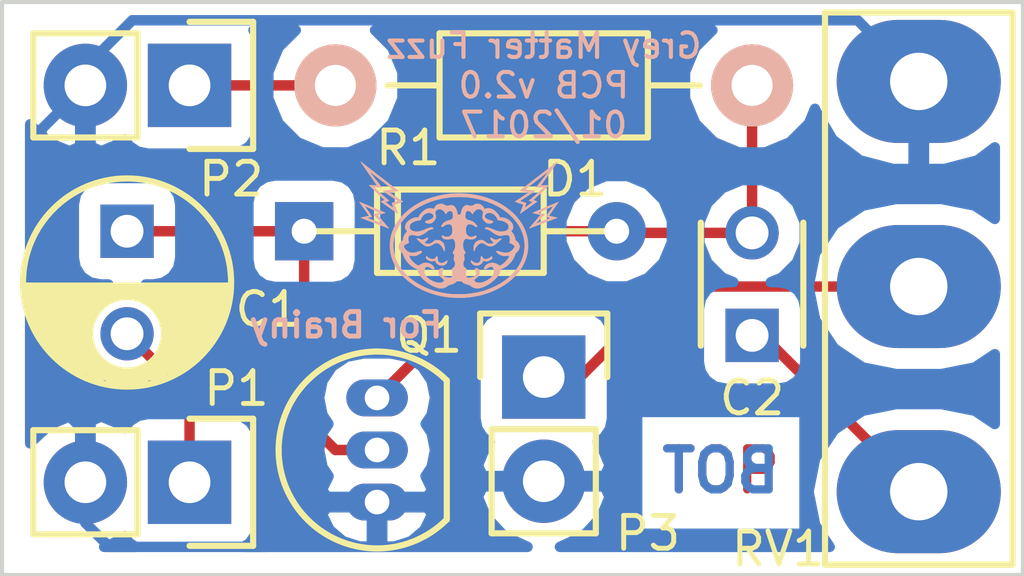
<source format=kicad_pcb>
(kicad_pcb (version 4) (host pcbnew 4.0.5)

  (general
    (links 13)
    (no_connects 0)
    (area 123.695 75.176666 150.443001 95.028733)
    (thickness 1.6)
    (drawings 8)
    (tracks 36)
    (zones 0)
    (modules 10)
    (nets 8)
  )

  (page USLetter)
  (layers
    (0 F.Cu signal)
    (31 B.Cu signal)
    (32 B.Adhes user)
    (33 F.Adhes user)
    (34 B.Paste user)
    (35 F.Paste user)
    (36 B.SilkS user)
    (37 F.SilkS user)
    (38 B.Mask user)
    (39 F.Mask user)
    (40 Dwgs.User user)
    (41 Cmts.User user)
    (42 Eco1.User user)
    (43 Eco2.User user)
    (44 Edge.Cuts user)
    (45 Margin user)
    (46 B.CrtYd user)
    (47 F.CrtYd user)
    (48 B.Fab user)
    (49 F.Fab user)
  )

  (setup
    (last_trace_width 0.254)
    (trace_clearance 0.254)
    (zone_clearance 0.508)
    (zone_45_only no)
    (trace_min 0.1524)
    (segment_width 0.2)
    (edge_width 0.1)
    (via_size 0.6858)
    (via_drill 0.4)
    (via_min_size 0.6858)
    (via_min_drill 0.3302)
    (uvia_size 0.3)
    (uvia_drill 0.1)
    (uvias_allowed no)
    (uvia_min_size 0.2)
    (uvia_min_drill 0.1)
    (pcb_text_width 0.3)
    (pcb_text_size 1.5 1.5)
    (mod_edge_width 0.15)
    (mod_text_size 1 1)
    (mod_text_width 0.15)
    (pad_size 1.5 1.5)
    (pad_drill 0.6)
    (pad_to_mask_clearance 0)
    (aux_axis_origin 0 0)
    (visible_elements FFFFFF7F)
    (pcbplotparams
      (layerselection 0x010f0_80000001)
      (usegerberextensions true)
      (excludeedgelayer false)
      (linewidth 0.100000)
      (plotframeref false)
      (viasonmask false)
      (mode 1)
      (useauxorigin false)
      (hpglpennumber 1)
      (hpglpenspeed 20)
      (hpglpendiameter 15)
      (hpglpenoverlay 2)
      (psnegative false)
      (psa4output false)
      (plotreference true)
      (plotvalue true)
      (plotinvisibletext false)
      (padsonsilk false)
      (subtractmaskfromsilk false)
      (outputformat 1)
      (mirror false)
      (drillshape 0)
      (scaleselection 1)
      (outputdirectory "/Users/jimd/Documents/Personal Stuff/Electronics/KiCAD Projects/Bazz Fuzz 2.0/Bazz Fuss 2.0/"))
  )

  (net 0 "")
  (net 1 "Net-(C1-Pad1)")
  (net 2 /IN)
  (net 3 "Net-(C2-Pad1)")
  (net 4 "Net-(C2-Pad2)")
  (net 5 GND)
  (net 6 +9V)
  (net 7 /OUT)

  (net_class Default "This is the default net class."
    (clearance 0.254)
    (trace_width 0.254)
    (via_dia 0.6858)
    (via_drill 0.4)
    (uvia_dia 0.3)
    (uvia_drill 0.1)
    (add_net +9V)
    (add_net /IN)
    (add_net /OUT)
    (add_net GND)
    (add_net "Net-(C1-Pad1)")
    (add_net "Net-(C2-Pad1)")
    (add_net "Net-(C2-Pad2)")
  )

  (module Capacitors_ThroughHole:C_Radial_D5_L6_P2.5 (layer F.Cu) (tedit 587CBC7D) (tstamp 587A0855)
    (at 128.524 83.82 270)
    (descr "Radial Electrolytic Capacitor Diameter 5mm x Length 6mm, Pitch 2.5mm")
    (tags "Electrolytic Capacitor")
    (path /5829FFD0)
    (fp_text reference C1 (at 1.905 -3.429 360) (layer F.SilkS)
      (effects (font (size 0.8 0.8) (thickness 0.12)))
    )
    (fp_text value 4.7µF (at 1.25 3.8 270) (layer F.Fab) hide
      (effects (font (size 1 1) (thickness 0.15)))
    )
    (fp_line (start 1.325 -2.499) (end 1.325 2.499) (layer F.SilkS) (width 0.15))
    (fp_line (start 1.465 -2.491) (end 1.465 2.491) (layer F.SilkS) (width 0.15))
    (fp_line (start 1.605 -2.475) (end 1.605 -0.095) (layer F.SilkS) (width 0.15))
    (fp_line (start 1.605 0.095) (end 1.605 2.475) (layer F.SilkS) (width 0.15))
    (fp_line (start 1.745 -2.451) (end 1.745 -0.49) (layer F.SilkS) (width 0.15))
    (fp_line (start 1.745 0.49) (end 1.745 2.451) (layer F.SilkS) (width 0.15))
    (fp_line (start 1.885 -2.418) (end 1.885 -0.657) (layer F.SilkS) (width 0.15))
    (fp_line (start 1.885 0.657) (end 1.885 2.418) (layer F.SilkS) (width 0.15))
    (fp_line (start 2.025 -2.377) (end 2.025 -0.764) (layer F.SilkS) (width 0.15))
    (fp_line (start 2.025 0.764) (end 2.025 2.377) (layer F.SilkS) (width 0.15))
    (fp_line (start 2.165 -2.327) (end 2.165 -0.835) (layer F.SilkS) (width 0.15))
    (fp_line (start 2.165 0.835) (end 2.165 2.327) (layer F.SilkS) (width 0.15))
    (fp_line (start 2.305 -2.266) (end 2.305 -0.879) (layer F.SilkS) (width 0.15))
    (fp_line (start 2.305 0.879) (end 2.305 2.266) (layer F.SilkS) (width 0.15))
    (fp_line (start 2.445 -2.196) (end 2.445 -0.898) (layer F.SilkS) (width 0.15))
    (fp_line (start 2.445 0.898) (end 2.445 2.196) (layer F.SilkS) (width 0.15))
    (fp_line (start 2.585 -2.114) (end 2.585 -0.896) (layer F.SilkS) (width 0.15))
    (fp_line (start 2.585 0.896) (end 2.585 2.114) (layer F.SilkS) (width 0.15))
    (fp_line (start 2.725 -2.019) (end 2.725 -0.871) (layer F.SilkS) (width 0.15))
    (fp_line (start 2.725 0.871) (end 2.725 2.019) (layer F.SilkS) (width 0.15))
    (fp_line (start 2.865 -1.908) (end 2.865 -0.823) (layer F.SilkS) (width 0.15))
    (fp_line (start 2.865 0.823) (end 2.865 1.908) (layer F.SilkS) (width 0.15))
    (fp_line (start 3.005 -1.78) (end 3.005 -0.745) (layer F.SilkS) (width 0.15))
    (fp_line (start 3.005 0.745) (end 3.005 1.78) (layer F.SilkS) (width 0.15))
    (fp_line (start 3.145 -1.631) (end 3.145 -0.628) (layer F.SilkS) (width 0.15))
    (fp_line (start 3.145 0.628) (end 3.145 1.631) (layer F.SilkS) (width 0.15))
    (fp_line (start 3.285 -1.452) (end 3.285 -0.44) (layer F.SilkS) (width 0.15))
    (fp_line (start 3.285 0.44) (end 3.285 1.452) (layer F.SilkS) (width 0.15))
    (fp_line (start 3.425 -1.233) (end 3.425 1.233) (layer F.SilkS) (width 0.15))
    (fp_line (start 3.565 -0.944) (end 3.565 0.944) (layer F.SilkS) (width 0.15))
    (fp_line (start 3.705 -0.472) (end 3.705 0.472) (layer F.SilkS) (width 0.15))
    (fp_circle (center 2.5 0) (end 2.5 -0.9) (layer F.SilkS) (width 0.15))
    (fp_circle (center 1.25 0) (end 1.25 -2.5375) (layer F.SilkS) (width 0.15))
    (fp_circle (center 1.25 0) (end 1.25 -2.8) (layer F.CrtYd) (width 0.05))
    (pad 1 thru_hole rect (at 0 0 270) (size 1.3 1.3) (drill 0.8) (layers *.Cu *.Mask)
      (net 1 "Net-(C1-Pad1)"))
    (pad 2 thru_hole circle (at 2.5 0 270) (size 1.3 1.3) (drill 0.8) (layers *.Cu *.Mask)
      (net 2 /IN))
    (model Capacitors_ThroughHole.3dshapes/C_Radial_D5_L6_P2.5.wrl
      (at (xyz 0.049213 0 0))
      (scale (xyz 1 1 1))
      (rotate (xyz 0 0 90))
    )
  )

  (module Capacitors_ThroughHole:C_Disc_D3_P2.5 (layer F.Cu) (tedit 587CBDF8) (tstamp 587A085B)
    (at 143.764 86.36 90)
    (descr "Capacitor 3mm Disc, Pitch 2.5mm")
    (tags Capacitor)
    (path /5829F970)
    (fp_text reference C2 (at -1.524 0 180) (layer F.SilkS)
      (effects (font (size 0.8 0.8) (thickness 0.12)))
    )
    (fp_text value 0.22µF (at 1.25 2.5 90) (layer F.Fab) hide
      (effects (font (size 1 1) (thickness 0.15)))
    )
    (fp_line (start -0.9 -1.5) (end 3.4 -1.5) (layer F.CrtYd) (width 0.05))
    (fp_line (start 3.4 -1.5) (end 3.4 1.5) (layer F.CrtYd) (width 0.05))
    (fp_line (start 3.4 1.5) (end -0.9 1.5) (layer F.CrtYd) (width 0.05))
    (fp_line (start -0.9 1.5) (end -0.9 -1.5) (layer F.CrtYd) (width 0.05))
    (fp_line (start -0.25 -1.25) (end 2.75 -1.25) (layer F.SilkS) (width 0.15))
    (fp_line (start 2.75 1.25) (end -0.25 1.25) (layer F.SilkS) (width 0.15))
    (pad 1 thru_hole rect (at 0 0 90) (size 1.3 1.3) (drill 0.8) (layers *.Cu *.Mask)
      (net 3 "Net-(C2-Pad1)"))
    (pad 2 thru_hole circle (at 2.5 0 90) (size 1.3 1.3) (drill 0.8001) (layers *.Cu *.Mask)
      (net 4 "Net-(C2-Pad2)"))
    (model Capacitors_ThroughHole.3dshapes/C_Disc_D3_P2.5.wrl
      (at (xyz 0.049213 0 0))
      (scale (xyz 1 1 1))
      (rotate (xyz 0 0 0))
    )
  )

  (module Discret:DO-35 (layer F.Cu) (tedit 587CC289) (tstamp 587A0861)
    (at 136.652 83.82 180)
    (descr "Diode 3 pas")
    (tags "DIODE DEV")
    (path /5829FB73)
    (fp_text reference D1 (at -2.794 1.27 180) (layer F.SilkS)
      (effects (font (size 0.8 0.8) (thickness 0.12)))
    )
    (fp_text value 1N914 (at 0 0 180) (layer F.Fab) hide
      (effects (font (size 1 1) (thickness 0.15)))
    )
    (fp_line (start 2.032 0) (end 3.81 0) (layer F.SilkS) (width 0.15))
    (fp_line (start -2.032 0) (end -3.81 0) (layer F.SilkS) (width 0.15))
    (fp_line (start 1.524 -1.016) (end 1.524 1.016) (layer F.SilkS) (width 0.15))
    (fp_line (start -2.032 -1.016) (end -2.032 1.016) (layer F.SilkS) (width 0.15))
    (fp_line (start -2.032 1.016) (end 2.032 1.016) (layer F.SilkS) (width 0.15))
    (fp_line (start 2.032 1.016) (end 2.032 -1.016) (layer F.SilkS) (width 0.15))
    (fp_line (start 2.032 -1.016) (end -2.032 -1.016) (layer F.SilkS) (width 0.15))
    (pad 1 thru_hole rect (at 3.81 0 180) (size 1.4224 1.4224) (drill 0.6096) (layers *.Cu *.Mask)
      (net 1 "Net-(C1-Pad1)"))
    (pad 2 thru_hole circle (at -3.81 0 180) (size 1.4224 1.4224) (drill 0.6096) (layers *.Cu *.Mask)
      (net 4 "Net-(C2-Pad2)"))
    (model Discret.3dshapes/DO-35.wrl
      (at (xyz 0 0 0))
      (scale (xyz 0.3 0.3 0.3))
      (rotate (xyz 0 0 0))
    )
  )

  (module Pin_Headers:Pin_Header_Straight_1x02 (layer F.Cu) (tedit 587CBDE2) (tstamp 587A0867)
    (at 130.048 89.9414 270)
    (descr "Through hole pin header")
    (tags "pin header")
    (path /5836A407)
    (fp_text reference P1 (at -2.286 -1.143 360) (layer F.SilkS)
      (effects (font (size 0.8 0.8) (thickness 0.12)))
    )
    (fp_text value CONN_01X02 (at 0 -3.1 270) (layer F.Fab) hide
      (effects (font (size 1 1) (thickness 0.15)))
    )
    (fp_line (start 1.27 1.27) (end 1.27 3.81) (layer F.SilkS) (width 0.15))
    (fp_line (start 1.55 -1.55) (end 1.55 0) (layer F.SilkS) (width 0.15))
    (fp_line (start -1.75 -1.75) (end -1.75 4.3) (layer F.CrtYd) (width 0.05))
    (fp_line (start 1.75 -1.75) (end 1.75 4.3) (layer F.CrtYd) (width 0.05))
    (fp_line (start -1.75 -1.75) (end 1.75 -1.75) (layer F.CrtYd) (width 0.05))
    (fp_line (start -1.75 4.3) (end 1.75 4.3) (layer F.CrtYd) (width 0.05))
    (fp_line (start 1.27 1.27) (end -1.27 1.27) (layer F.SilkS) (width 0.15))
    (fp_line (start -1.55 0) (end -1.55 -1.55) (layer F.SilkS) (width 0.15))
    (fp_line (start -1.55 -1.55) (end 1.55 -1.55) (layer F.SilkS) (width 0.15))
    (fp_line (start -1.27 1.27) (end -1.27 3.81) (layer F.SilkS) (width 0.15))
    (fp_line (start -1.27 3.81) (end 1.27 3.81) (layer F.SilkS) (width 0.15))
    (pad 1 thru_hole rect (at 0 0 270) (size 2.032 2.032) (drill 1.016) (layers *.Cu *.Mask)
      (net 2 /IN))
    (pad 2 thru_hole oval (at 0 2.54 270) (size 2.032 2.032) (drill 1.016) (layers *.Cu *.Mask)
      (net 5 GND))
    (model Pin_Headers.3dshapes/Pin_Header_Straight_1x02.wrl
      (at (xyz 0 -0.05 0))
      (scale (xyz 1 1 1))
      (rotate (xyz 0 0 90))
    )
  )

  (module Pin_Headers:Pin_Header_Straight_1x02 (layer F.Cu) (tedit 587CBDD7) (tstamp 587A086D)
    (at 130.048 80.264 270)
    (descr "Through hole pin header")
    (tags "pin header")
    (path /5836A439)
    (fp_text reference P2 (at 2.286 -1.016 360) (layer F.SilkS)
      (effects (font (size 0.8 0.8) (thickness 0.12)))
    )
    (fp_text value CONN_01X02 (at 0 -3.1 270) (layer F.Fab) hide
      (effects (font (size 1 1) (thickness 0.15)))
    )
    (fp_line (start 1.27 1.27) (end 1.27 3.81) (layer F.SilkS) (width 0.15))
    (fp_line (start 1.55 -1.55) (end 1.55 0) (layer F.SilkS) (width 0.15))
    (fp_line (start -1.75 -1.75) (end -1.75 4.3) (layer F.CrtYd) (width 0.05))
    (fp_line (start 1.75 -1.75) (end 1.75 4.3) (layer F.CrtYd) (width 0.05))
    (fp_line (start -1.75 -1.75) (end 1.75 -1.75) (layer F.CrtYd) (width 0.05))
    (fp_line (start -1.75 4.3) (end 1.75 4.3) (layer F.CrtYd) (width 0.05))
    (fp_line (start 1.27 1.27) (end -1.27 1.27) (layer F.SilkS) (width 0.15))
    (fp_line (start -1.55 0) (end -1.55 -1.55) (layer F.SilkS) (width 0.15))
    (fp_line (start -1.55 -1.55) (end 1.55 -1.55) (layer F.SilkS) (width 0.15))
    (fp_line (start -1.27 1.27) (end -1.27 3.81) (layer F.SilkS) (width 0.15))
    (fp_line (start -1.27 3.81) (end 1.27 3.81) (layer F.SilkS) (width 0.15))
    (pad 1 thru_hole rect (at 0 0 270) (size 2.032 2.032) (drill 1.016) (layers *.Cu *.Mask)
      (net 6 +9V))
    (pad 2 thru_hole oval (at 0 2.54 270) (size 2.032 2.032) (drill 1.016) (layers *.Cu *.Mask)
      (net 5 GND))
    (model Pin_Headers.3dshapes/Pin_Header_Straight_1x02.wrl
      (at (xyz 0 -0.05 0))
      (scale (xyz 1 1 1))
      (rotate (xyz 0 0 90))
    )
  )

  (module Pin_Headers:Pin_Header_Straight_1x02 (layer F.Cu) (tedit 587CC267) (tstamp 587A0873)
    (at 138.684 87.376)
    (descr "Through hole pin header")
    (tags "pin header")
    (path /5836A4AC)
    (fp_text reference P3 (at 2.54 3.81) (layer F.SilkS)
      (effects (font (size 0.8 0.8) (thickness 0.12)))
    )
    (fp_text value CONN_01X02 (at 0 -3.1) (layer F.Fab) hide
      (effects (font (size 1 1) (thickness 0.15)))
    )
    (fp_line (start 1.27 1.27) (end 1.27 3.81) (layer F.SilkS) (width 0.15))
    (fp_line (start 1.55 -1.55) (end 1.55 0) (layer F.SilkS) (width 0.15))
    (fp_line (start -1.75 -1.75) (end -1.75 4.3) (layer F.CrtYd) (width 0.05))
    (fp_line (start 1.75 -1.75) (end 1.75 4.3) (layer F.CrtYd) (width 0.05))
    (fp_line (start -1.75 -1.75) (end 1.75 -1.75) (layer F.CrtYd) (width 0.05))
    (fp_line (start -1.75 4.3) (end 1.75 4.3) (layer F.CrtYd) (width 0.05))
    (fp_line (start 1.27 1.27) (end -1.27 1.27) (layer F.SilkS) (width 0.15))
    (fp_line (start -1.55 0) (end -1.55 -1.55) (layer F.SilkS) (width 0.15))
    (fp_line (start -1.55 -1.55) (end 1.55 -1.55) (layer F.SilkS) (width 0.15))
    (fp_line (start -1.27 1.27) (end -1.27 3.81) (layer F.SilkS) (width 0.15))
    (fp_line (start -1.27 3.81) (end 1.27 3.81) (layer F.SilkS) (width 0.15))
    (pad 1 thru_hole rect (at 0 0) (size 2.032 2.032) (drill 1.016) (layers *.Cu *.Mask)
      (net 7 /OUT))
    (pad 2 thru_hole oval (at 0 2.54) (size 2.032 2.032) (drill 1.016) (layers *.Cu *.Mask)
      (net 5 GND))
    (model Pin_Headers.3dshapes/Pin_Header_Straight_1x02.wrl
      (at (xyz 0 -0.05 0))
      (scale (xyz 1 1 1))
      (rotate (xyz 0 0 90))
    )
  )

  (module TO_SOT_Packages_THT:TO-92_Inline_Narrow_Oval (layer F.Cu) (tedit 587CD36E) (tstamp 587A087A)
    (at 134.62 90.424 90)
    (descr "TO-92 leads in-line, narrow, oval pads, drill 0.6mm (see NXP sot054_po.pdf)")
    (tags "to-92 sc-43 sc-43a sot54 PA33 transistor")
    (path /5829F89A)
    (fp_text reference Q1 (at 4.064 1.27 180) (layer F.SilkS)
      (effects (font (size 0.8 0.8) (thickness 0.12)))
    )
    (fp_text value 2N5088 (at 0 3 90) (layer F.Fab) hide
      (effects (font (size 1 1) (thickness 0.15)))
    )
    (fp_line (start -1.4 1.95) (end -1.4 -2.65) (layer F.CrtYd) (width 0.05))
    (fp_line (start -1.4 1.95) (end 3.95 1.95) (layer F.CrtYd) (width 0.05))
    (fp_line (start -0.43 1.7) (end 2.97 1.7) (layer F.SilkS) (width 0.15))
    (fp_arc (start 1.27 0) (end 1.27 -2.4) (angle -135) (layer F.SilkS) (width 0.15))
    (fp_arc (start 1.27 0) (end 1.27 -2.4) (angle 135) (layer F.SilkS) (width 0.15))
    (fp_line (start -1.4 -2.65) (end 3.95 -2.65) (layer F.CrtYd) (width 0.05))
    (fp_line (start 3.95 1.95) (end 3.95 -2.65) (layer F.CrtYd) (width 0.05))
    (pad 2 thru_hole oval (at 1.27 0 270) (size 0.89916 1.50114) (drill 0.6) (layers *.Cu *.Mask)
      (net 1 "Net-(C1-Pad1)"))
    (pad 3 thru_hole oval (at 2.54 0 270) (size 0.89916 1.50114) (drill 0.6) (layers *.Cu *.Mask)
      (net 4 "Net-(C2-Pad2)"))
    (pad 1 thru_hole oval (at 0 0 270) (size 0.89916 1.50114) (drill 0.6) (layers *.Cu *.Mask)
      (net 5 GND))
    (model TO_SOT_Packages_THT.3dshapes/TO-92_Inline_Narrow_Oval.wrl
      (at (xyz 0.05 0 0))
      (scale (xyz 1 1 1))
      (rotate (xyz 0 0 -90))
    )
  )

  (module Resistors_ThroughHole:Resistor_Horizontal_RM10mm (layer F.Cu) (tedit 587CC29A) (tstamp 587A0880)
    (at 133.604 80.264)
    (descr "Resistor, Axial,  RM 10mm, 1/3W")
    (tags "Resistor Axial RM 10mm 1/3W")
    (path /5829F935)
    (fp_text reference R1 (at 1.778 1.524) (layer F.SilkS)
      (effects (font (size 0.8 0.8) (thickness 0.12)))
    )
    (fp_text value 100K (at 5.08 3.81) (layer F.Fab) hide
      (effects (font (size 1 1) (thickness 0.15)))
    )
    (fp_line (start -1.25 -1.5) (end 11.4 -1.5) (layer F.CrtYd) (width 0.05))
    (fp_line (start -1.25 1.5) (end -1.25 -1.5) (layer F.CrtYd) (width 0.05))
    (fp_line (start 11.4 -1.5) (end 11.4 1.5) (layer F.CrtYd) (width 0.05))
    (fp_line (start -1.25 1.5) (end 11.4 1.5) (layer F.CrtYd) (width 0.05))
    (fp_line (start 2.54 -1.27) (end 7.62 -1.27) (layer F.SilkS) (width 0.15))
    (fp_line (start 7.62 -1.27) (end 7.62 1.27) (layer F.SilkS) (width 0.15))
    (fp_line (start 7.62 1.27) (end 2.54 1.27) (layer F.SilkS) (width 0.15))
    (fp_line (start 2.54 1.27) (end 2.54 -1.27) (layer F.SilkS) (width 0.15))
    (fp_line (start 2.54 0) (end 1.27 0) (layer F.SilkS) (width 0.15))
    (fp_line (start 7.62 0) (end 8.89 0) (layer F.SilkS) (width 0.15))
    (pad 1 thru_hole circle (at 0 0) (size 1.99898 1.99898) (drill 1.00076) (layers *.Cu *.SilkS *.Mask)
      (net 6 +9V))
    (pad 2 thru_hole circle (at 10.16 0) (size 1.99898 1.99898) (drill 1.00076) (layers *.Cu *.SilkS *.Mask)
      (net 4 "Net-(C2-Pad2)"))
    (model Resistors_ThroughHole.3dshapes/Resistor_Horizontal_RM10mm.wrl
      (at (xyz 0.2 0 0))
      (scale (xyz 0.4 0.4 0.4))
      (rotate (xyz 0 0 0))
    )
  )

  (module MyFootprints:Potentiometer_largePads (layer F.Cu) (tedit 587D770E) (tstamp 587CC187)
    (at 147.828 90.17 180)
    (descr "Potentiometer, Large Pads")
    (tags "Potentiometer, Large Pads")
    (path /587A0474)
    (fp_text reference RV1 (at 3.429 -1.397 180) (layer F.SilkS)
      (effects (font (size 0.8 0.8) (thickness 0.12)))
    )
    (fp_text value 10K (at 0 12.446 180) (layer F.Fab) hide
      (effects (font (size 1 1) (thickness 0.15)))
    )
    (fp_line (start 2.286 11.684) (end -2.286 11.684) (layer F.SilkS) (width 0.15))
    (fp_line (start -2.286 -1.778) (end 2.286 -1.778) (layer F.SilkS) (width 0.15))
    (fp_line (start -2.286 -1.778) (end -2.286 11.684) (layer F.SilkS) (width 0.15))
    (fp_line (start 2.286 -1.778) (end -2.286 -1.778) (layer F.SilkS) (width 0.15))
    (fp_line (start -2.286 -1.778) (end 2.286 -1.778) (layer F.SilkS) (width 0.15))
    (fp_line (start 2.286 -1.778) (end 2.286 11.684) (layer F.SilkS) (width 0.15))
    (pad 2 thru_hole oval (at 0 5.00126 180) (size 4.0005 2.99974) (drill 1.39954) (layers *.Cu *.Mask)
      (net 7 /OUT))
    (pad 3 thru_hole oval (at 0 10.00252 180) (size 4.0005 2.99974) (drill 1.39954) (layers *.Cu *.Mask)
      (net 5 GND))
    (pad 1 thru_hole oval (at 0 0 180) (size 4.0005 2.99974) (drill 1.39954) (layers *.Cu *.Mask)
      (net 3 "Net-(C2-Pad1)"))
  )

  (module Graphics:BrainMicro (layer B.Cu) (tedit 0) (tstamp 58800808)
    (at 136.652 83.82 180)
    (fp_text reference G*** (at 0 0 180) (layer B.SilkS) hide
      (effects (font (thickness 0.3)) (justify mirror))
    )
    (fp_text value LOGO (at 0.75 0 180) (layer B.SilkS) hide
      (effects (font (thickness 0.3)) (justify mirror))
    )
    (fp_poly (pts (xy 0.145316 0.918691) (xy 0.281681 0.907793) (xy 0.416481 0.888502) (xy 0.549158 0.860868)
      (xy 0.679153 0.824941) (xy 0.805908 0.780771) (xy 0.845606 0.76494) (xy 0.949272 0.718382)
      (xy 1.047971 0.666187) (xy 1.141344 0.608722) (xy 1.229031 0.546355) (xy 1.31067 0.479454)
      (xy 1.385902 0.408387) (xy 1.454367 0.333523) (xy 1.515705 0.255228) (xy 1.569555 0.173871)
      (xy 1.615558 0.08982) (xy 1.653352 0.003443) (xy 1.682579 -0.084892) (xy 1.684578 -0.092188)
      (xy 1.700951 -0.165039) (xy 1.712158 -0.241723) (xy 1.717964 -0.319419) (xy 1.718135 -0.395306)
      (xy 1.714308 -0.45047) (xy 1.700162 -0.542333) (xy 1.6772 -0.633108) (xy 1.645676 -0.722318)
      (xy 1.605845 -0.809486) (xy 1.557963 -0.894136) (xy 1.502285 -0.975791) (xy 1.439066 -1.053975)
      (xy 1.36856 -1.128211) (xy 1.334329 -1.160378) (xy 1.246759 -1.233896) (xy 1.152327 -1.301971)
      (xy 1.051681 -1.364289) (xy 0.945468 -1.420534) (xy 0.834334 -1.470391) (xy 0.718928 -1.513547)
      (xy 0.599896 -1.549686) (xy 0.477886 -1.578493) (xy 0.472812 -1.579516) (xy 0.407858 -1.591751)
      (xy 0.346853 -1.601476) (xy 0.287402 -1.608931) (xy 0.227112 -1.614355) (xy 0.163588 -1.617989)
      (xy 0.094437 -1.620073) (xy 0.063647 -1.620538) (xy 0.028528 -1.620872) (xy -0.004575 -1.621063)
      (xy -0.034303 -1.621113) (xy -0.059296 -1.621023) (xy -0.078193 -1.620796) (xy -0.089634 -1.620433)
      (xy -0.090926 -1.620343) (xy -0.133317 -1.616725) (xy -0.168284 -1.613606) (xy -0.197468 -1.610815)
      (xy -0.222514 -1.608178) (xy -0.245064 -1.605526) (xy -0.266762 -1.602684) (xy -0.286415 -1.599898)
      (xy -0.413765 -1.577645) (xy -0.535846 -1.548659) (xy -0.653898 -1.512557) (xy -0.769162 -1.468954)
      (xy -0.882878 -1.417467) (xy -0.894959 -1.411498) (xy -0.995739 -1.35722) (xy -1.090262 -1.298008)
      (xy -1.178292 -1.234164) (xy -1.259593 -1.165988) (xy -1.333931 -1.093783) (xy -1.401069 -1.017848)
      (xy -1.460772 -0.938487) (xy -1.512805 -0.855999) (xy -1.556932 -0.770687) (xy -1.592917 -0.682851)
      (xy -1.620526 -0.592794) (xy -1.639522 -0.500815) (xy -1.646114 -0.45047) (xy -1.648715 -0.414322)
      (xy -1.649475 -0.38416) (xy -1.567019 -0.38416) (xy -1.559049 -0.475618) (xy -1.542246 -0.564991)
      (xy -1.516639 -0.652212) (xy -1.48226 -0.737217) (xy -1.439139 -0.819941) (xy -1.387308 -0.900319)
      (xy -1.326798 -0.978285) (xy -1.25764 -1.053774) (xy -1.240482 -1.07081) (xy -1.175819 -1.130552)
      (xy -1.109662 -1.1847) (xy -1.040354 -1.234398) (xy -0.966239 -1.280787) (xy -0.885659 -1.325011)
      (xy -0.835209 -1.350165) (xy -0.752696 -1.387814) (xy -0.670654 -1.420711) (xy -0.587796 -1.449183)
      (xy -0.502838 -1.473559) (xy -0.414494 -1.494164) (xy -0.321477 -1.511327) (xy -0.222503 -1.525375)
      (xy -0.116285 -1.536635) (xy -0.095472 -1.538461) (xy -0.078171 -1.539345) (xy -0.053345 -1.539807)
      (xy -0.022551 -1.539881) (xy 0.012655 -1.539606) (xy 0.050718 -1.539016) (xy 0.090081 -1.538149)
      (xy 0.129188 -1.537041) (xy 0.166482 -1.535728) (xy 0.200408 -1.534247) (xy 0.229409 -1.532633)
      (xy 0.251929 -1.530924) (xy 0.259137 -1.53018) (xy 0.374328 -1.514335) (xy 0.482739 -1.494188)
      (xy 0.5858 -1.469338) (xy 0.684945 -1.439387) (xy 0.781604 -1.403932) (xy 0.877211 -1.362575)
      (xy 0.903402 -1.350165) (xy 0.988501 -1.306676) (xy 1.066171 -1.261684) (xy 1.138071 -1.214048)
      (xy 1.205857 -1.162625) (xy 1.271186 -1.106272) (xy 1.308676 -1.07081) (xy 1.379823 -0.995901)
      (xy 1.442328 -0.918499) (xy 1.496161 -0.838672) (xy 1.541291 -0.756483) (xy 1.577687 -0.671997)
      (xy 1.605318 -0.585281) (xy 1.624153 -0.496398) (xy 1.634161 -0.405415) (xy 1.635212 -0.38416)
      (xy 1.63415 -0.295054) (xy 1.624242 -0.207076) (xy 1.605695 -0.120523) (xy 1.578717 -0.035694)
      (xy 1.543517 0.047114) (xy 1.500302 0.127604) (xy 1.449281 0.205478) (xy 1.39066 0.28044)
      (xy 1.324649 0.35219) (xy 1.251455 0.420433) (xy 1.171285 0.48487) (xy 1.084349 0.545204)
      (xy 0.990854 0.601137) (xy 0.920619 0.638009) (xy 0.813337 0.686889) (xy 0.702023 0.728923)
      (xy 0.586078 0.76428) (xy 0.464903 0.793131) (xy 0.3379 0.815647) (xy 0.26141 0.825861)
      (xy 0.22913 0.828861) (xy 0.189525 0.831223) (xy 0.144341 0.832946) (xy 0.095324 0.834029)
      (xy 0.044218 0.834474) (xy -0.007229 0.83428) (xy -0.057274 0.833447) (xy -0.10417 0.831975)
      (xy -0.146172 0.829864) (xy -0.181535 0.827114) (xy -0.193217 0.825861) (xy -0.328525 0.805985)
      (xy -0.458492 0.779056) (xy -0.583016 0.745112) (xy -0.701991 0.704191) (xy -0.815313 0.656334)
      (xy -0.922878 0.601579) (xy -1.024582 0.539964) (xy -1.101612 0.485793) (xy -1.184153 0.419188)
      (xy -1.259073 0.349047) (xy -1.326225 0.275638) (xy -1.385467 0.199235) (xy -1.436651 0.120107)
      (xy -1.479634 0.038527) (xy -1.514271 -0.045237) (xy -1.540416 -0.130911) (xy -1.557924 -0.218226)
      (xy -1.566651 -0.30691) (xy -1.567019 -0.38416) (xy -1.649475 -0.38416) (xy -1.649764 -0.372706)
      (xy -1.649349 -0.328211) (xy -1.647557 -0.283424) (xy -1.644478 -0.240933) (xy -1.640197 -0.203326)
      (xy -1.637078 -0.184124) (xy -1.615197 -0.089367) (xy -1.585807 0.001002) (xy -1.548548 0.087789)
      (xy -1.503063 0.171802) (xy -1.448993 0.253846) (xy -1.432259 0.276585) (xy -1.364341 0.359368)
      (xy -1.288908 0.437466) (xy -1.206375 0.510635) (xy -1.117162 0.578629) (xy -1.021686 0.641205)
      (xy -0.920364 0.698118) (xy -0.813615 0.749126) (xy -0.701855 0.793982) (xy -0.585504 0.832443)
      (xy -0.464977 0.864266) (xy -0.404618 0.877341) (xy -0.26758 0.90052) (xy -0.129873 0.915104)
      (xy 0.007946 0.921144) (xy 0.145316 0.918691)) (layer B.SilkS) (width 0.01))
    (fp_poly (pts (xy -2.389286 0.711357) (xy -2.377271 0.706629) (xy -2.358159 0.698927) (xy -2.332599 0.688517)
      (xy -2.301237 0.675665) (xy -2.26472 0.660636) (xy -2.223695 0.643696) (xy -2.178809 0.625111)
      (xy -2.130708 0.605147) (xy -2.08004 0.584069) (xy -2.073258 0.581244) (xy -2.006169 0.553221)
      (xy -1.947431 0.528525) (xy -1.896952 0.507115) (xy -1.854638 0.488951) (xy -1.820395 0.473991)
      (xy -1.794129 0.462195) (xy -1.775748 0.453522) (xy -1.765157 0.447931) (xy -1.762263 0.44538)
      (xy -1.762435 0.445274) (xy -1.769308 0.443406) (xy -1.783565 0.439971) (xy -1.803702 0.435317)
      (xy -1.828214 0.42979) (xy -1.855597 0.423738) (xy -1.859424 0.422901) (xy -1.88673 0.416806)
      (xy -1.911025 0.411129) (xy -1.930895 0.406222) (xy -1.944925 0.402435) (xy -1.951702 0.400122)
      (xy -1.95202 0.39991) (xy -1.951812 0.397907) (xy -1.949154 0.393304) (xy -1.943715 0.385706)
      (xy -1.935166 0.374718) (xy -1.923174 0.359943) (xy -1.907409 0.340987) (xy -1.88754 0.317455)
      (xy -1.863235 0.28895) (xy -1.834165 0.255077) (xy -1.799998 0.215441) (xy -1.760403 0.169646)
      (xy -1.728642 0.132978) (xy -1.711339 0.112826) (xy -1.696585 0.095282) (xy -1.685229 0.081386)
      (xy -1.67812 0.072178) (xy -1.676107 0.068697) (xy -1.676171 0.068693) (xy -1.680896 0.070347)
      (xy -1.693478 0.074987) (xy -1.713274 0.082372) (xy -1.739642 0.09226) (xy -1.77194 0.104408)
      (xy -1.809524 0.118575) (xy -1.851752 0.134518) (xy -1.897981 0.151996) (xy -1.947569 0.170766)
      (xy -1.999873 0.190585) (xy -2.022611 0.199208) (xy -2.365375 0.329223) (xy -2.262426 0.351899)
      (xy -2.233255 0.358429) (xy -2.207307 0.36444) (xy -2.185816 0.369628) (xy -2.170017 0.373692)
      (xy -2.161142 0.376328) (xy -2.159654 0.377094) (xy -2.162235 0.38121) (xy -2.16955 0.391984)
      (xy -2.181072 0.408659) (xy -2.196272 0.430477) (xy -2.214621 0.456682) (xy -2.235591 0.486517)
      (xy -2.258654 0.519224) (xy -2.277266 0.545552) (xy -2.301515 0.57988) (xy -2.324024 0.61187)
      (xy -2.32748 0.616804) (xy -2.267045 0.616804) (xy -2.264814 0.612938) (xy -2.257917 0.602503)
      (xy -2.24694 0.586354) (xy -2.232471 0.565344) (xy -2.215097 0.540326) (xy -2.195404 0.512153)
      (xy -2.177413 0.486549) (xy -2.156278 0.456311) (xy -2.137083 0.428403) (xy -2.120401 0.403692)
      (xy -2.106803 0.383045) (xy -2.096864 0.36733) (xy -2.091155 0.357416) (xy -2.09005 0.354203)
      (xy -2.095661 0.351766) (xy -2.108123 0.347755) (xy -2.125459 0.342774) (xy -2.141293 0.338553)
      (xy -2.161101 0.333229) (xy -2.177618 0.328396) (xy -2.188859 0.324658) (xy -2.1927 0.322881)
      (xy -2.189898 0.320306) (xy -2.179832 0.31527) (xy -2.163807 0.308345) (xy -2.143133 0.300103)
      (xy -2.124506 0.293084) (xy -2.097725 0.283195) (xy -2.065054 0.27108) (xy -2.029116 0.257714)
      (xy -1.992532 0.244072) (xy -1.957924 0.231129) (xy -1.952622 0.229143) (xy -1.924003 0.218504)
      (xy -1.898001 0.209007) (xy -1.875897 0.201107) (xy -1.85897 0.195257) (xy -1.848502 0.191912)
      (xy -1.845866 0.191296) (xy -1.846484 0.194194) (xy -1.852625 0.20242) (xy -1.863369 0.214882)
      (xy -1.877799 0.230491) (xy -1.88677 0.239815) (xy -1.906605 0.260139) (xy -1.930493 0.284579)
      (xy -1.956115 0.310767) (xy -1.981154 0.336331) (xy -1.995248 0.350707) (xy -2.01665 0.372717)
      (xy -2.03215 0.389183) (xy -2.04238 0.400886) (xy -2.047971 0.408605) (xy -2.049556 0.41312)
      (xy -2.047764 0.415212) (xy -2.047542 0.415284) (xy -2.040118 0.417007) (xy -2.02563 0.419974)
      (xy -2.005965 0.42381) (xy -1.983005 0.428144) (xy -1.975354 0.42956) (xy -1.95176 0.43403)
      (xy -1.930887 0.438219) (xy -1.914612 0.441734) (xy -1.904815 0.444179) (xy -1.903365 0.444667)
      (xy -1.903668 0.446638) (xy -1.909447 0.450821) (xy -1.921112 0.457419) (xy -1.939073 0.466638)
      (xy -1.963741 0.478682) (xy -1.995525 0.493756) (xy -2.034835 0.512065) (xy -2.080415 0.533049)
      (xy -2.118706 0.550564) (xy -2.154382 0.566808) (xy -2.18661 0.581407) (xy -2.214557 0.593988)
      (xy -2.237393 0.604176) (xy -2.254284 0.611599) (xy -2.264397 0.615882) (xy -2.267045 0.616804)
      (xy -2.32748 0.616804) (xy -2.344272 0.640771) (xy -2.361738 0.665834) (xy -2.375901 0.686309)
      (xy -2.38624 0.701446) (xy -2.392233 0.710496) (xy -2.393559 0.712845) (xy -2.389286 0.711357)) (layer B.SilkS) (width 0.01))
    (fp_poly (pts (xy 2.459449 0.708976) (xy 2.4524 0.698445) (xy 2.441127 0.682001) (xy 2.42615 0.660393)
      (xy 2.407991 0.634372) (xy 2.387171 0.604687) (xy 2.364211 0.572087) (xy 2.345459 0.545552)
      (xy 2.321159 0.511166) (xy 2.29855 0.479078) (xy 2.27816 0.450045) (xy 2.260517 0.424822)
      (xy 2.24615 0.404167) (xy 2.235588 0.388837) (xy 2.229359 0.379589) (xy 2.227847 0.377094)
      (xy 2.232035 0.375446) (xy 2.243878 0.372192) (xy 2.262145 0.367634) (xy 2.2856 0.362074)
      (xy 2.313011 0.355815) (xy 2.330644 0.351893) (xy 2.433617 0.329212) (xy 2.091388 0.199839)
      (xy 2.038123 0.179704) (xy 1.987282 0.160486) (xy 1.93951 0.142428) (xy 1.895453 0.125775)
      (xy 1.85576 0.110771) (xy 1.821075 0.097662) (xy 1.792045 0.086691) (xy 1.769318 0.078102)
      (xy 1.75354 0.072141) (xy 1.745357 0.069051) (xy 1.74435 0.068671) (xy 1.745656 0.07134)
      (xy 1.752139 0.079834) (xy 1.762976 0.093147) (xy 1.777347 0.110273) (xy 1.794429 0.130202)
      (xy 1.796262 0.132319) (xy 1.839996 0.182822) (xy 1.84795 0.192028) (xy 1.911526 0.192028)
      (xy 1.911621 0.190962) (xy 1.91181 0.190943) (xy 1.916922 0.192471) (xy 1.929628 0.196833)
      (xy 1.948999 0.203693) (xy 1.974106 0.212718) (xy 2.004021 0.223573) (xy 2.037814 0.235923)
      (xy 2.074556 0.249434) (xy 2.088524 0.254591) (xy 2.126026 0.268427) (xy 2.160838 0.281228)
      (xy 2.192044 0.292659) (xy 2.21873 0.302387) (xy 2.23998 0.310079) (xy 2.254877 0.315402)
      (xy 2.262506 0.318021) (xy 2.263305 0.318238) (xy 2.263105 0.320571) (xy 2.261541 0.322234)
      (xy 2.255577 0.324952) (xy 2.242802 0.329195) (xy 2.225239 0.334329) (xy 2.209486 0.338553)
      (xy 2.189692 0.343877) (xy 2.173204 0.348717) (xy 2.162003 0.352464) (xy 2.158194 0.354252)
      (xy 2.159885 0.35862) (xy 2.166294 0.369515) (xy 2.176847 0.38607) (xy 2.190972 0.407417)
      (xy 2.208094 0.432688) (xy 2.227643 0.461016) (xy 2.245559 0.486596) (xy 2.266764 0.516756)
      (xy 2.286145 0.544483) (xy 2.303115 0.568924) (xy 2.317086 0.589224) (xy 2.32747 0.604532)
      (xy 2.333681 0.613994) (xy 2.335241 0.616802) (xy 2.330988 0.615225) (xy 2.319308 0.610218)
      (xy 2.301035 0.602153) (xy 2.277 0.591406) (xy 2.248037 0.578349) (xy 2.214977 0.563355)
      (xy 2.178653 0.546799) (xy 2.148609 0.533049) (xy 2.101627 0.511416) (xy 2.062568 0.493216)
      (xy 2.031022 0.478243) (xy 2.006579 0.466294) (xy 1.988829 0.457164) (xy 1.977362 0.450648)
      (xy 1.971767 0.446541) (xy 1.971558 0.444667) (xy 1.978909 0.442643) (xy 1.993334 0.439425)
      (xy 2.012954 0.435407) (xy 2.035889 0.430983) (xy 2.043547 0.42956) (xy 2.067156 0.425146)
      (xy 2.088069 0.421112) (xy 2.104399 0.41783) (xy 2.114264 0.415673) (xy 2.115736 0.415284)
      (xy 2.117728 0.413325) (xy 2.116386 0.408994) (xy 2.11108 0.401511) (xy 2.101176 0.390096)
      (xy 2.086044 0.373968) (xy 2.065051 0.352349) (xy 2.063441 0.350707) (xy 2.027308 0.313844)
      (xy 1.997091 0.282952) (xy 1.972318 0.257533) (xy 1.952517 0.237087) (xy 1.937214 0.221117)
      (xy 1.925936 0.209124) (xy 1.918211 0.200611) (xy 1.913565 0.195078) (xy 1.911526 0.192028)
      (xy 1.84795 0.192028) (xy 1.878066 0.226883) (xy 1.910802 0.264897) (xy 1.938533 0.29726)
      (xy 1.961591 0.324365) (xy 1.980306 0.346608) (xy 1.995007 0.364383) (xy 2.006026 0.378085)
      (xy 2.013693 0.388108) (xy 2.018338 0.394848) (xy 2.020292 0.3987) (xy 2.020214 0.39991)
      (xy 2.01474 0.401953) (xy 2.001785 0.405525) (xy 1.982763 0.410275) (xy 1.959086 0.415852)
      (xy 1.932171 0.421904) (xy 1.927617 0.422901) (xy 1.899962 0.428998) (xy 1.874976 0.434616)
      (xy 1.854162 0.439408) (xy 1.839025 0.443027) (xy 1.83107 0.445126) (xy 1.830629 0.445274)
      (xy 1.832578 0.447452) (xy 1.842213 0.452665) (xy 1.859626 0.460955) (xy 1.884912 0.472363)
      (xy 1.918164 0.486929) (xy 1.959476 0.504695) (xy 2.00894 0.525701) (xy 2.066652 0.549989)
      (xy 2.132704 0.577599) (xy 2.141452 0.581244) (xy 2.192407 0.602448) (xy 2.24088 0.622573)
      (xy 2.286224 0.641353) (xy 2.327791 0.658523) (xy 2.364934 0.673817) (xy 2.397007 0.68697)
      (xy 2.423363 0.697714) (xy 2.443354 0.705785) (xy 2.456335 0.710917) (xy 2.461657 0.712844)
      (xy 2.461753 0.712845) (xy 2.459449 0.708976)) (layer B.SilkS) (width 0.01))
    (fp_poly (pts (xy -2.360161 1.692905) (xy -2.349009 1.68504) (xy -2.341328 1.679136) (xy -2.333946 1.673393)
      (xy -2.319858 1.662454) (xy -2.299543 1.646694) (xy -2.273485 1.626486) (xy -2.242163 1.602202)
      (xy -2.20606 1.574215) (xy -2.165658 1.5429) (xy -2.121436 1.508628) (xy -2.073878 1.471774)
      (xy -2.023463 1.432709) (xy -1.970674 1.391808) (xy -1.915992 1.349443) (xy -1.882155 1.32323)
      (xy -1.827183 1.280625) (xy -1.774232 1.239549) (xy -1.723745 1.200348) (xy -1.676163 1.163365)
      (xy -1.631929 1.128947) (xy -1.591485 1.097438) (xy -1.555272 1.069182) (xy -1.523734 1.044525)
      (xy -1.497311 1.023811) (xy -1.476447 1.007386) (xy -1.461583 0.995594) (xy -1.453161 0.988781)
      (xy -1.451337 0.987159) (xy -1.455266 0.985513) (xy -1.466938 0.982661) (xy -1.485122 0.978853)
      (xy -1.508585 0.974341) (xy -1.536095 0.969374) (xy -1.553628 0.966349) (xy -1.583455 0.961238)
      (xy -1.610448 0.956517) (xy -1.633259 0.952431) (xy -1.650536 0.949223) (xy -1.660931 0.947137)
      (xy -1.663216 0.946559) (xy -1.660839 0.943686) (xy -1.651578 0.936369) (xy -1.63617 0.925122)
      (xy -1.615352 0.91046) (xy -1.589861 0.892897) (xy -1.560435 0.872949) (xy -1.527809 0.851129)
      (xy -1.504097 0.835436) (xy -1.469322 0.812492) (xy -1.436864 0.79103) (xy -1.407516 0.771577)
      (xy -1.382074 0.754663) (xy -1.361333 0.740818) (xy -1.346088 0.730569) (xy -1.337133 0.724448)
      (xy -1.335068 0.722937) (xy -1.338081 0.720558) (xy -1.348604 0.715842) (xy -1.365486 0.709229)
      (xy -1.38758 0.701158) (xy -1.413735 0.692069) (xy -1.43054 0.686429) (xy -1.459044 0.676899)
      (xy -1.484655 0.668177) (xy -1.506108 0.660707) (xy -1.522139 0.654933) (xy -1.531485 0.651298)
      (xy -1.533314 0.650373) (xy -1.532715 0.645442) (xy -1.529211 0.633204) (xy -1.523195 0.614824)
      (xy -1.515061 0.591468) (xy -1.505203 0.564301) (xy -1.495695 0.538911) (xy -1.484602 0.509528)
      (xy -1.47474 0.483101) (xy -1.466524 0.460769) (xy -1.46037 0.443669) (xy -1.456694 0.43294)
      (xy -1.455831 0.429676) (xy -1.45966 0.432059) (xy -1.470223 0.439247) (xy -1.486849 0.45077)
      (xy -1.508867 0.466156) (xy -1.535606 0.484935) (xy -1.566396 0.506635) (xy -1.600564 0.530787)
      (xy -1.637441 0.556918) (xy -1.662438 0.574666) (xy -1.700808 0.601947) (xy -1.736959 0.627681)
      (xy -1.770209 0.651381) (xy -1.799878 0.672562) (xy -1.825285 0.690737) (xy -1.84575 0.705418)
      (xy -1.86059 0.716118) (xy -1.869127 0.722352) (xy -1.870962 0.723768) (xy -1.868203 0.726266)
      (xy -1.858313 0.730635) (xy -1.8429 0.736233) (xy -1.825791 0.741747) (xy -1.806579 0.747882)
      (xy -1.791209 0.753277) (xy -1.78138 0.757303) (xy -1.778659 0.759211) (xy -1.782102 0.762729)
      (xy -1.791584 0.77191) (xy -1.806513 0.786191) (xy -1.8263 0.805013) (xy -1.850352 0.827815)
      (xy -1.878079 0.854037) (xy -1.90889 0.883117) (xy -1.942193 0.914497) (xy -1.969949 0.940611)
      (xy -2.004714 0.973361) (xy -2.037363 1.004237) (xy -2.067315 1.032683) (xy -2.093992 1.058141)
      (xy -2.116813 1.080056) (xy -2.135199 1.097873) (xy -2.148571 1.111034) (xy -2.15635 1.118985)
      (xy -2.158155 1.12122) (xy -2.153257 1.121594) (xy -2.14064 1.121568) (xy -2.121671 1.121172)
      (xy -2.097713 1.120438) (xy -2.07013 1.119397) (xy -2.061269 1.119025) (xy -2.032902 1.117862)
      (xy -2.00779 1.116934) (xy -1.987286 1.116282) (xy -1.972744 1.115947) (xy -1.965517 1.115973)
      (xy -1.964975 1.116059) (xy -1.967304 1.119869) (xy -1.974444 1.130554) (xy -1.985998 1.147537)
      (xy -2.001567 1.17024) (xy -2.020753 1.198087) (xy -2.043158 1.230501) (xy -2.068383 1.266903)
      (xy -2.096029 1.306718) (xy -2.1257 1.349368) (xy -2.156995 1.394277) (xy -2.159944 1.398505)
      (xy -2.191614 1.443914) (xy -2.204031 1.461725) (xy -2.154074 1.461725) (xy -2.151642 1.457966)
      (xy -2.144091 1.447726) (xy -2.131928 1.431664) (xy -2.115662 1.41044) (xy -2.095802 1.384713)
      (xy -2.072855 1.355143) (xy -2.04733 1.32239) (xy -2.019737 1.287114) (xy -2.005244 1.268635)
      (xy -1.976756 1.232307) (xy -1.950033 1.198155) (xy -1.925589 1.166843) (xy -1.903938 1.139034)
      (xy -1.885595 1.115389) (xy -1.871075 1.096572) (xy -1.860893 1.083245) (xy -1.855563 1.076071)
      (xy -1.854878 1.075) (xy -1.8592 1.074376) (xy -1.871274 1.073827) (xy -1.889757 1.073382)
      (xy -1.913307 1.073072) (xy -1.940584 1.072926) (xy -1.948455 1.072919) (xy -1.976394 1.072739)
      (xy -2.00086 1.072235) (xy -2.020541 1.071464) (xy -2.034124 1.070482) (xy -2.040296 1.069344)
      (xy -2.040517 1.069003) (xy -2.036901 1.065349) (xy -2.027065 1.056284) (xy -2.011644 1.042374)
      (xy -1.991274 1.024183) (xy -1.966589 1.002274) (xy -1.938224 0.977213) (xy -1.906814 0.949563)
      (xy -1.872994 0.919889) (xy -1.856014 0.905026) (xy -1.821328 0.874656) (xy -1.788791 0.846113)
      (xy -1.759031 0.81995) (xy -1.732675 0.796722) (xy -1.710352 0.776983) (xy -1.692687 0.761288)
      (xy -1.680309 0.750189) (xy -1.673845 0.744243) (xy -1.673027 0.743377) (xy -1.677045 0.741372)
      (xy -1.68788 0.737234) (xy -1.703698 0.731641) (xy -1.716216 0.727402) (xy -1.734356 0.721072)
      (xy -1.748713 0.715515) (xy -1.757458 0.711472) (xy -1.759266 0.709979) (xy -1.755718 0.706367)
      (xy -1.745983 0.69858) (xy -1.731251 0.687461) (xy -1.712712 0.673848) (xy -1.691557 0.658584)
      (xy -1.668977 0.642508) (xy -1.646161 0.626461) (xy -1.624302 0.611284) (xy -1.604588 0.597817)
      (xy -1.58821 0.586901) (xy -1.57636 0.579376) (xy -1.570226 0.576083) (xy -1.569648 0.576094)
      (xy -1.57054 0.58162) (xy -1.573889 0.593951) (xy -1.579174 0.611304) (xy -1.585872 0.631892)
      (xy -1.58638 0.633406) (xy -1.594401 0.658401) (xy -1.599006 0.675595) (xy -1.600326 0.68556)
      (xy -1.598918 0.68879) (xy -1.592902 0.69066) (xy -1.57976 0.694649) (xy -1.561076 0.700281)
      (xy -1.538437 0.707076) (xy -1.521688 0.712088) (xy -1.494385 0.72043) (xy -1.474977 0.726834)
      (xy -1.462566 0.731666) (xy -1.456251 0.735294) (xy -1.455132 0.738081) (xy -1.455767 0.738896)
      (xy -1.460664 0.742394) (xy -1.472414 0.750333) (xy -1.490241 0.762202) (xy -1.513372 0.777491)
      (xy -1.541033 0.79569) (xy -1.572449 0.816287) (xy -1.606847 0.838772) (xy -1.642245 0.86185)
      (xy -1.678438 0.88552) (xy -1.712074 0.907718) (xy -1.742428 0.927952) (xy -1.768773 0.945727)
      (xy -1.790384 0.960551) (xy -1.806535 0.971929) (xy -1.8165 0.979369) (xy -1.819553 0.982378)
      (xy -1.819549 0.982381) (xy -1.814275 0.983707) (xy -1.80126 0.985853) (xy -1.781799 0.988638)
      (xy -1.757189 0.991882) (xy -1.728727 0.995404) (xy -1.709397 0.997686) (xy -1.678435 1.001345)
      (xy -1.649821 1.004859) (xy -1.62502 1.008039) (xy -1.605494 1.010695) (xy -1.592707 1.012635)
      (xy -1.588995 1.013348) (xy -1.575431 1.01663) (xy -1.614 1.046741) (xy -1.646208 1.071843)
      (xy -1.681495 1.099267) (xy -1.719232 1.128531) (xy -1.758792 1.159152) (xy -1.799548 1.190649)
      (xy -1.840872 1.222539) (xy -1.882137 1.254341) (xy -1.922716 1.285572) (xy -1.96198 1.315751)
      (xy -1.999304 1.344394) (xy -2.03406 1.371021) (xy -2.065619 1.395149) (xy -2.093356 1.416296)
      (xy -2.116642 1.433981) (xy -2.13485 1.44772) (xy -2.147352 1.457032) (xy -2.153522 1.461435)
      (xy -2.154074 1.461725) (xy -2.204031 1.461725) (xy -2.221892 1.487344) (xy -2.250358 1.528192)
      (xy -2.27659 1.56585) (xy -2.300167 1.599714) (xy -2.320667 1.629179) (xy -2.337669 1.653639)
      (xy -2.350752 1.672489) (xy -2.359494 1.685123) (xy -2.363474 1.690935) (xy -2.363539 1.691034)
      (xy -2.364924 1.69486) (xy -2.360161 1.692905)) (layer B.SilkS) (width 0.01))
    (fp_poly (pts (xy 2.431693 1.69095) (xy 2.427962 1.6855) (xy 2.419449 1.673198) (xy 2.406575 1.654651)
      (xy 2.389761 1.630463) (xy 2.369427 1.60124) (xy 2.345996 1.567586) (xy 2.319888 1.530107)
      (xy 2.291526 1.489408) (xy 2.261329 1.446095) (xy 2.229719 1.400772) (xy 2.228138 1.398505)
      (xy 2.196713 1.353418) (xy 2.166876 1.310535) (xy 2.139026 1.270435) (xy 2.113562 1.233694)
      (xy 2.090881 1.20089) (xy 2.071382 1.172598) (xy 2.055463 1.149397) (xy 2.043523 1.131864)
      (xy 2.03596 1.120575) (xy 2.033172 1.116107) (xy 2.033169 1.116059) (xy 2.037885 1.115915)
      (xy 2.05033 1.116144) (xy 2.069152 1.116703) (xy 2.092996 1.117551) (xy 2.12051 1.118647)
      (xy 2.129462 1.119025) (xy 2.157874 1.120154) (xy 2.183074 1.120984) (xy 2.203698 1.121485)
      (xy 2.218382 1.121627) (xy 2.225761 1.121377) (xy 2.226348 1.12122) (xy 2.223478 1.117854)
      (xy 2.214548 1.10883) (xy 2.20014 1.094705) (xy 2.180832 1.076035) (xy 2.157203 1.053376)
      (xy 2.129834 1.027283) (xy 2.099303 0.998314) (xy 2.06619 0.967023) (xy 2.038142 0.940611)
      (xy 2.003284 0.907808) (xy 1.97045 0.876861) (xy 1.940232 0.848329) (xy 1.913221 0.822772)
      (xy 1.890007 0.800752) (xy 1.871182 0.782828) (xy 1.857337 0.769561) (xy 1.849062 0.761513)
      (xy 1.846853 0.759211) (xy 1.850422 0.756906) (xy 1.861023 0.752679) (xy 1.87696 0.747158)
      (xy 1.894101 0.741712) (xy 1.913104 0.735477) (xy 1.927829 0.729834) (xy 1.93673 0.72543)
      (xy 1.938495 0.723074) (xy 1.933911 0.719598) (xy 1.922824 0.711533) (xy 1.906155 0.69954)
      (xy 1.884827 0.684279) (xy 1.859759 0.666409) (xy 1.831875 0.646592) (xy 1.816234 0.635499)
      (xy 1.781734 0.611047) (xy 1.744638 0.584751) (xy 1.706951 0.558032) (xy 1.670678 0.532312)
      (xy 1.637824 0.509012) (xy 1.610515 0.489641) (xy 1.585954 0.472288) (xy 1.564055 0.456958)
      (xy 1.545838 0.444351) (xy 1.53232 0.435169) (xy 1.52452 0.430112) (xy 1.523 0.429371)
      (xy 1.524546 0.433941) (xy 1.5289 0.445854) (xy 1.53563 0.463956) (xy 1.544306 0.487095)
      (xy 1.554496 0.514117) (xy 1.564 0.539205) (xy 1.575006 0.568665) (xy 1.584622 0.595311)
      (xy 1.592456 0.617976) (xy 1.598112 0.635492) (xy 1.601198 0.646692) (xy 1.601507 0.650373)
      (xy 1.596357 0.65265) (xy 1.583829 0.657308) (xy 1.565187 0.663905) (xy 1.541696 0.671996)
      (xy 1.514619 0.681139) (xy 1.498733 0.686429) (xy 1.470727 0.695911) (xy 1.446107 0.704634)
      (xy 1.426023 0.712157) (xy 1.411623 0.718041) (xy 1.404057 0.721847) (xy 1.403262 0.722937)
      (xy 1.40775 0.726125) (xy 1.41904 0.73378) (xy 1.422812 0.736308) (xy 1.523532 0.736308)
      (xy 1.527997 0.733004) (xy 1.538254 0.728619) (xy 1.555205 0.722785) (xy 1.579748 0.715137)
      (xy 1.589881 0.712088) (xy 1.614296 0.704778) (xy 1.635828 0.698307) (xy 1.652891 0.693155)
      (xy 1.6639 0.689799) (xy 1.667111 0.68879) (xy 1.668531 0.684616) (xy 1.666776 0.67371)
      (xy 1.661717 0.6555) (xy 1.654609 0.633512) (xy 1.647737 0.612761) (xy 1.64208 0.595119)
      (xy 1.6382 0.58238) (xy 1.636662 0.576339) (xy 1.636656 0.576226) (xy 1.636928 0.574731)
      (xy 1.638284 0.574381) (xy 1.641535 0.575712) (xy 1.647493 0.579259) (xy 1.656968 0.585556)
      (xy 1.670771 0.595137) (xy 1.689714 0.608538) (xy 1.714607 0.626294) (xy 1.738378 0.643296)
      (xy 1.76319 0.661169) (xy 1.785348 0.677354) (xy 1.803835 0.69109) (xy 1.817635 0.701616)
      (xy 1.825731 0.708171) (xy 1.82746 0.709979) (xy 1.823494 0.712595) (xy 1.812692 0.717221)
      (xy 1.796882 0.723115) (xy 1.78441 0.727402) (xy 1.76627 0.733593) (xy 1.751884 0.738784)
      (xy 1.743082 0.742297) (xy 1.74122 0.743377) (xy 1.744541 0.746582) (xy 1.754085 0.755212)
      (xy 1.769224 0.768713) (xy 1.789331 0.78653) (xy 1.813779 0.808108) (xy 1.841941 0.832895)
      (xy 1.873188 0.860335) (xy 1.906894 0.889874) (xy 1.924208 0.905026) (xy 1.958963 0.935474)
      (xy 1.991615 0.96417) (xy 2.021527 0.99055) (xy 2.048066 1.014049) (xy 2.070596 1.034103)
      (xy 2.088482 1.050148) (xy 2.101089 1.061619) (xy 2.107783 1.067952) (xy 2.10871 1.069003)
      (xy 2.104857 1.070175) (xy 2.093223 1.071207) (xy 2.075123 1.072043) (xy 2.051869 1.072627)
      (xy 2.024773 1.072904) (xy 2.016649 1.072919) (xy 1.988592 1.073015) (xy 1.963897 1.073283)
      (xy 1.943906 1.073695) (xy 1.929961 1.074218) (xy 1.923402 1.074825) (xy 1.923071 1.075)
      (xy 1.925797 1.078867) (xy 1.93363 1.089216) (xy 1.946057 1.105385) (xy 1.962563 1.126712)
      (xy 1.982633 1.152533) (xy 2.005752 1.182186) (xy 2.031407 1.215008) (xy 2.059081 1.250337)
      (xy 2.073437 1.268635) (xy 2.101879 1.304931) (xy 2.128508 1.339035) (xy 2.152814 1.370287)
      (xy 2.174289 1.398028) (xy 2.192426 1.421598) (xy 2.206715 1.440338) (xy 2.216648 1.453587)
      (xy 2.221717 1.460686) (xy 2.222267 1.461725) (xy 2.218565 1.459234) (xy 2.208301 1.451658)
      (xy 2.192103 1.439478) (xy 2.170598 1.423178) (xy 2.144414 1.40324) (xy 2.114177 1.380144)
      (xy 2.080516 1.354373) (xy 2.044057 1.32641) (xy 2.005428 1.296736) (xy 1.965256 1.265833)
      (xy 1.924169 1.234184) (xy 1.882793 1.20227) (xy 1.841757 1.170574) (xy 1.801688 1.139577)
      (xy 1.763213 1.109762) (xy 1.726959 1.081611) (xy 1.693554 1.055605) (xy 1.682193 1.046741)
      (xy 1.643624 1.01663) (xy 1.657189 1.013348) (xy 1.665481 1.0119) (xy 1.681346 1.009629)
      (xy 1.70332 1.006725) (xy 1.729941 1.003377) (xy 1.759744 0.999777) (xy 1.777591 0.997686)
      (xy 1.807815 0.99408) (xy 1.835003 0.99064) (xy 1.85786 0.987545) (xy 1.875087 0.984976)
      (xy 1.88539 0.983112) (xy 1.887743 0.982381) (xy 1.884726 0.979396) (xy 1.874794 0.971977)
      (xy 1.858673 0.960617) (xy 1.837087 0.945809) (xy 1.810764 0.928048) (xy 1.780429 0.907825)
      (xy 1.746807 0.885635) (xy 1.710625 0.861972) (xy 1.710438 0.86185) (xy 1.673893 0.838023)
      (xy 1.639579 0.815591) (xy 1.608272 0.795063) (xy 1.580745 0.77695) (xy 1.557773 0.761763)
      (xy 1.540129 0.750013) (xy 1.528589 0.742209) (xy 1.523961 0.738896) (xy 1.523532 0.736308)
      (xy 1.422812 0.736308) (xy 1.436337 0.745372) (xy 1.458847 0.760373) (xy 1.485774 0.778254)
      (xy 1.516323 0.798484) (xy 1.549699 0.820536) (xy 1.57229 0.835436) (xy 1.606675 0.858236)
      (xy 1.638363 0.879517) (xy 1.666619 0.898762) (xy 1.690704 0.915459) (xy 1.709882 0.929091)
      (xy 1.723417 0.939145) (xy 1.73057 0.945106) (xy 1.73141 0.946559) (xy 1.725335 0.947931)
      (xy 1.711642 0.950558) (xy 1.69168 0.954196) (xy 1.6668 0.958601) (xy 1.63835 0.963529)
      (xy 1.621821 0.966349) (xy 1.592509 0.971466) (xy 1.566522 0.976275) (xy 1.545091 0.980526)
      (xy 1.529449 0.983969) (xy 1.520827 0.986352) (xy 1.51953 0.987157) (xy 1.52321 0.990312)
      (xy 1.533629 0.998677) (xy 1.550334 1.011897) (xy 1.572872 1.029619) (xy 1.600789 1.05149)
      (xy 1.633634 1.077155) (xy 1.670951 1.106262) (xy 1.712289 1.138457) (xy 1.757195 1.173386)
      (xy 1.805214 1.210695) (xy 1.855895 1.250031) (xy 1.908783 1.291041) (xy 1.929891 1.307396)
      (xy 1.984645 1.349817) (xy 2.038132 1.391258) (xy 2.089824 1.431311) (xy 2.139195 1.469567)
      (xy 2.185718 1.505617) (xy 2.228863 1.539054) (xy 2.268105 1.569467) (xy 2.302916 1.596448)
      (xy 2.332769 1.619589) (xy 2.357135 1.638482) (xy 2.375489 1.652716) (xy 2.387302 1.661884)
      (xy 2.389024 1.663221) (xy 2.406197 1.676216) (xy 2.419809 1.685826) (xy 2.428826 1.691381)
      (xy 2.432219 1.692212) (xy 2.431693 1.69095)) (layer B.SilkS) (width 0.01))
    (fp_poly (pts (xy 0.495181 0.666278) (xy 0.528782 0.658787) (xy 0.559638 0.646222) (xy 0.57873 0.634198)
      (xy 0.594654 0.620014) (xy 0.609901 0.602933) (xy 0.622953 0.585062) (xy 0.632294 0.568512)
      (xy 0.636405 0.555393) (xy 0.636477 0.553904) (xy 0.63695 0.544643) (xy 0.638023 0.541005)
      (xy 0.642835 0.542053) (xy 0.654256 0.544835) (xy 0.670088 0.548815) (xy 0.675121 0.550098)
      (xy 0.721968 0.558001) (xy 0.766668 0.557124) (xy 0.809547 0.547434) (xy 0.84093 0.534252)
      (xy 0.859173 0.523216) (xy 0.881391 0.507044) (xy 0.90557 0.487446) (xy 0.9297 0.466129)
      (xy 0.951768 0.444803) (xy 0.969764 0.425177) (xy 0.970844 0.423881) (xy 0.985385 0.404609)
      (xy 0.999914 0.382599) (xy 1.011467 0.362366) (xy 1.012192 0.360923) (xy 1.028214 0.328595)
      (xy 1.049081 0.333045) (xy 1.078134 0.335224) (xy 1.11134 0.33087) (xy 1.147225 0.320591)
      (xy 1.184317 0.304995) (xy 1.22114 0.284692) (xy 1.256221 0.26029) (xy 1.284597 0.235797)
      (xy 1.30936 0.207236) (xy 1.328016 0.175693) (xy 1.340153 0.142641) (xy 1.345361 0.10955)
      (xy 1.343229 0.077892) (xy 1.335476 0.053509) (xy 1.326005 0.036824) (xy 1.314455 0.021903)
      (xy 1.307957 0.015691) (xy 1.291878 0.002861) (xy 1.31765 -0.025373) (xy 1.350289 -0.066928)
      (xy 1.374995 -0.111112) (xy 1.391359 -0.157058) (xy 1.398308 -0.195869) (xy 1.400248 -0.21219)
      (xy 1.402873 -0.222102) (xy 1.407465 -0.228266) (xy 1.415305 -0.233347) (xy 1.416711 -0.234111)
      (xy 1.427758 -0.241722) (xy 1.4417 -0.253581) (xy 1.455087 -0.26668) (xy 1.47987 -0.298459)
      (xy 1.495808 -0.331693) (xy 1.502944 -0.365912) (xy 1.501321 -0.400645) (xy 1.49098 -0.435421)
      (xy 1.471963 -0.46977) (xy 1.444313 -0.503219) (xy 1.432933 -0.514323) (xy 1.417371 -0.529312)
      (xy 1.406961 -0.541307) (xy 1.399814 -0.553066) (xy 1.39404 -0.567351) (xy 1.391569 -0.574775)
      (xy 1.36731 -0.635632) (xy 1.334974 -0.693805) (xy 1.295393 -0.748412) (xy 1.249403 -0.79857)
      (xy 1.197838 -0.843397) (xy 1.141532 -0.882011) (xy 1.081319 -0.913528) (xy 1.064605 -0.920663)
      (xy 1.039224 -0.93099) (xy 1.03329 -0.966124) (xy 1.022474 -1.005442) (xy 1.003184 -1.046557)
      (xy 0.97576 -1.089036) (xy 0.940544 -1.132446) (xy 0.897877 -1.176357) (xy 0.848099 -1.220334)
      (xy 0.807719 -1.252044) (xy 0.768697 -1.279805) (xy 0.730426 -1.303684) (xy 0.689613 -1.325594)
      (xy 0.646069 -1.346071) (xy 0.603227 -1.36413) (xy 0.565999 -1.37736) (xy 0.532614 -1.386239)
      (xy 0.501305 -1.391244) (xy 0.472812 -1.392839) (xy 0.438481 -1.391333) (xy 0.407617 -1.38557)
      (xy 0.37809 -1.374757) (xy 0.347767 -1.358102) (xy 0.314518 -1.334814) (xy 0.31245 -1.333239)
      (xy 0.298274 -1.32326) (xy 0.284035 -1.315524) (xy 0.267051 -1.308856) (xy 0.244637 -1.302079)
      (xy 0.236177 -1.299774) (xy 0.201248 -1.289748) (xy 0.173654 -1.280115) (xy 0.151716 -1.270073)
      (xy 0.133756 -1.258821) (xy 0.118094 -1.245557) (xy 0.113861 -1.241342) (xy 0.091515 -1.2184)
      (xy -0.028672 -1.2184) (xy -0.052177 -1.24063) (xy -0.067224 -1.253654) (xy -0.082946 -1.265379)
      (xy -0.094375 -1.272396) (xy -0.105505 -1.277148) (xy -0.122253 -1.283215) (xy -0.142382 -1.289907)
      (xy -0.163657 -1.296535) (xy -0.183844 -1.302411) (xy -0.200705 -1.306846) (xy -0.212007 -1.30915)
      (xy -0.214204 -1.309326) (xy -0.220424 -1.311931) (xy -0.231831 -1.318918) (xy -0.24647 -1.32904)
      (xy -0.254613 -1.335056) (xy -0.295341 -1.362267) (xy -0.334824 -1.381039) (xy -0.37429 -1.39168)
      (xy -0.414972 -1.3945) (xy -0.458097 -1.389808) (xy -0.465993 -1.388237) (xy -0.486765 -1.382747)
      (xy -0.513337 -1.374096) (xy -0.54337 -1.363175) (xy -0.574522 -1.350872) (xy -0.604455 -1.338078)
      (xy -0.630828 -1.325683) (xy -0.631932 -1.32513) (xy -0.676517 -1.300191) (xy -0.722658 -1.269814)
      (xy -0.768704 -1.235393) (xy -0.813004 -1.198316) (xy -0.853907 -1.159978) (xy -0.889761 -1.121767)
      (xy -0.918916 -1.085076) (xy -0.921967 -1.080723) (xy -0.942628 -1.048671) (xy -0.957212 -1.02075)
      (xy -0.966505 -0.995119) (xy -0.971286 -0.969938) (xy -0.97188 -0.963347) (xy -0.974088 -0.932477)
      (xy -1.004182 -0.920611) (xy -1.059563 -0.894457) (xy -1.113868 -0.860536) (xy -1.165456 -0.820154)
      (xy -1.212686 -0.774619) (xy -1.253916 -0.725238) (xy -1.259884 -0.717015) (xy -1.27497 -0.6939)
      (xy -1.29043 -0.666956) (xy -1.305119 -0.638503) (xy -1.317894 -0.610862) (xy -1.327609 -0.586353)
      (xy -1.332669 -0.569444) (xy -1.336131 -0.556951) (xy -1.341118 -0.546802) (xy -1.349301 -0.536625)
      (xy -1.362353 -0.524044) (xy -1.368556 -0.518479) (xy -1.394674 -0.492672) (xy -1.413995 -0.466923)
      (xy -1.428342 -0.438409) (xy -1.437293 -0.412313) (xy -1.442355 -0.394447) (xy -1.444932 -0.381971)
      (xy -1.445148 -0.371567) (xy -1.444877 -0.370001) (xy -1.322964 -0.370001) (xy -1.319996 -0.381764)
      (xy -1.311906 -0.398138) (xy -1.299918 -0.417223) (xy -1.285255 -0.437117) (xy -1.26914 -0.455919)
      (xy -1.264737 -0.460522) (xy -1.234427 -0.485955) (xy -1.199185 -0.506513) (xy -1.16213 -0.520478)
      (xy -1.1514 -0.523067) (xy -1.117729 -0.527225) (xy -1.080792 -0.526115) (xy -1.039609 -0.519593)
      (xy -0.993203 -0.507514) (xy -0.951392 -0.493658) (xy -0.923804 -0.485395) (xy -0.902428 -0.482432)
      (xy -0.887588 -0.484712) (xy -0.879609 -0.492173) (xy -0.878819 -0.504756) (xy -0.879305 -0.50694)
      (xy -0.88565 -0.517577) (xy -0.898986 -0.530352) (xy -0.917743 -0.544347) (xy -0.940346 -0.558645)
      (xy -0.965225 -0.572329) (xy -0.990805 -0.584483) (xy -1.015517 -0.594189) (xy -1.037786 -0.60053)
      (xy -1.040813 -0.601134) (xy -1.055347 -0.603269) (xy -1.069738 -0.603853) (xy -1.086605 -0.602785)
      (xy -1.108569 -0.599967) (xy -1.120766 -0.598109) (xy -1.146563 -0.594452) (xy -1.164746 -0.593057)
      (xy -1.17657 -0.594168) (xy -1.183285 -0.59803) (xy -1.186146 -0.604884) (xy -1.186532 -0.610894)
      (xy -1.182856 -0.628717) (xy -1.172677 -0.65047) (xy -1.157051 -0.675031) (xy -1.137038 -0.701279)
      (xy -1.113695 -0.728094) (xy -1.08808 -0.754356) (xy -1.061251 -0.778944) (xy -1.034265 -0.800738)
      (xy -1.008182 -0.818617) (xy -0.984059 -0.83146) (xy -0.9749 -0.835038) (xy -0.962395 -0.838894)
      (xy -0.954135 -0.839068) (xy -0.945939 -0.834841) (xy -0.937708 -0.828653) (xy -0.895824 -0.801539)
      (xy -0.851496 -0.783182) (xy -0.804713 -0.773579) (xy -0.775281 -0.772017) (xy -0.729751 -0.775884)
      (xy -0.688846 -0.787515) (xy -0.652155 -0.807102) (xy -0.619266 -0.834839) (xy -0.603325 -0.8528)
      (xy -0.588936 -0.871953) (xy -0.580678 -0.886954) (xy -0.577847 -0.899648) (xy -0.579739 -0.911877)
      (xy -0.580215 -0.913302) (xy -0.585795 -0.922259) (xy -0.596158 -0.926196) (xy -0.599831 -0.926649)
      (xy -0.610467 -0.926197) (xy -0.621876 -0.922008) (xy -0.636636 -0.913022) (xy -0.641959 -0.909333)
      (xy -0.678169 -0.886484) (xy -0.710553 -0.871634) (xy -0.738993 -0.864755) (xy -0.76337 -0.865821)
      (xy -0.783566 -0.874804) (xy -0.799461 -0.891678) (xy -0.810939 -0.916416) (xy -0.817879 -0.948991)
      (xy -0.817921 -0.949324) (xy -0.8194 -0.9908) (xy -0.812817 -1.029413) (xy -0.797901 -1.065882)
      (xy -0.774377 -1.100925) (xy -0.750138 -1.127475) (xy -0.710282 -1.161306) (xy -0.66293 -1.19226)
      (xy -0.609423 -1.219591) (xy -0.551104 -1.242553) (xy -0.531914 -1.248774) (xy -0.498427 -1.255877)
      (xy -0.461964 -1.258204) (xy -0.425849 -1.255813) (xy -0.393405 -1.248762) (xy -0.386045 -1.246198)
      (xy -0.361756 -1.234281) (xy -0.346241 -1.220488) (xy -0.339556 -1.204895) (xy -0.341754 -1.187578)
      (xy -0.342703 -1.185186) (xy -0.348349 -1.174512) (xy -0.356575 -1.164299) (xy -0.368857 -1.153126)
      (xy -0.386669 -1.139576) (xy -0.39979 -1.130295) (xy -0.428436 -1.106051) (xy -0.449039 -1.078448)
      (xy -0.461956 -1.046728) (xy -0.467545 -1.01013) (xy -0.467569 -0.986375) (xy -0.464965 -0.96113)
      (xy -0.459128 -0.942619) (xy -0.449033 -0.928756) (xy -0.433694 -0.917476) (xy -0.423469 -0.913222)
      (xy -0.408599 -0.908977) (xy -0.391868 -0.905292) (xy -0.376059 -0.902718) (xy -0.363954 -0.901809)
      (xy -0.358829 -0.902637) (xy -0.358577 -0.907619) (xy -0.361394 -0.918481) (xy -0.366219 -0.931712)
      (xy -0.378724 -0.969894) (xy -0.384462 -1.005483) (xy -0.383565 -1.037682) (xy -0.376165 -1.065695)
      (xy -0.362394 -1.088725) (xy -0.342384 -1.105974) (xy -0.336743 -1.109127) (xy -0.322208 -1.114799)
      (xy -0.301304 -1.120773) (xy -0.276714 -1.126491) (xy -0.251122 -1.131395) (xy -0.22721 -1.134927)
      (xy -0.207662 -1.136527) (xy -0.204859 -1.136568) (xy -0.179996 -1.13449) (xy -0.16102 -1.127727)
      (xy -0.147327 -1.115483) (xy -0.138318 -1.096964) (xy -0.13339 -1.071374) (xy -0.131942 -1.040183)
      (xy -0.132851 -1.008825) (xy -0.135576 -0.981908) (xy -0.139891 -0.960796) (xy -0.14557 -0.946853)
      (xy -0.147947 -0.943807) (xy -0.15073 -0.939132) (xy -0.149469 -0.932797) (xy -0.143453 -0.922635)
      (xy -0.138832 -0.915992) (xy -0.126891 -0.901885) (xy -0.113273 -0.889599) (xy -0.106069 -0.884742)
      (xy -0.090489 -0.872705) (xy -0.0795 -0.855809) (xy -0.07255 -0.832816) (xy -0.069087 -0.802486)
      (xy -0.069034 -0.801505) (xy -0.068311 -0.782403) (xy -0.069033 -0.768505) (xy -0.07193 -0.756178)
      (xy -0.077734 -0.741788) (xy -0.083543 -0.729329) (xy -0.091198 -0.712701) (xy -0.096208 -0.699355)
      (xy -0.098767 -0.686978) (xy -0.099067 -0.673256) (xy -0.097302 -0.655878) (xy -0.093664 -0.632529)
      (xy -0.092303 -0.624409) (xy -0.088555 -0.598526) (xy -0.087653 -0.579692) (xy -0.089964 -0.566208)
      (xy -0.095853 -0.556377) (xy -0.105685 -0.5485) (xy -0.10908 -0.546479) (xy -0.118344 -0.539036)
      (xy -0.122678 -0.531279) (xy -0.122721 -0.530626) (xy -0.120484 -0.521446) (xy -0.114491 -0.506947)
      (xy -0.105873 -0.489473) (xy -0.095765 -0.471371) (xy -0.088292 -0.4594) (xy -0.078552 -0.439141)
      (xy -0.070866 -0.412273) (xy -0.065483 -0.3811) (xy -0.062653 -0.347926) (xy -0.062647 -0.340058)
      (xy 0.122816 -0.340058) (xy 0.125233 -0.381477) (xy 0.132929 -0.418335) (xy 0.1468 -0.454038)
      (xy 0.15884 -0.476993) (xy 0.17132 -0.499196) (xy 0.179449 -0.51504) (xy 0.183445 -0.526028)
      (xy 0.183526 -0.533663) (xy 0.17991 -0.539447) (xy 0.172815 -0.544882) (xy 0.169042 -0.547302)
      (xy 0.158313 -0.55539) (xy 0.151615 -0.564615) (xy 0.148551 -0.576797) (xy 0.148726 -0.593759)
      (xy 0.151743 -0.617322) (xy 0.152628 -0.622839) (xy 0.1568 -0.651015) (xy 0.158644 -0.672582)
      (xy 0.157995 -0.689764) (xy 0.154685 -0.704784) (xy 0.14855 -0.719866) (xy 0.144819 -0.727273)
      (xy 0.132976 -0.756186) (xy 0.128133 -0.785701) (xy 0.129959 -0.818421) (xy 0.131832 -0.829643)
      (xy 0.137131 -0.851488) (xy 0.144262 -0.866652) (xy 0.154786 -0.877544) (xy 0.168024 -0.885472)
      (xy 0.179833 -0.893851) (xy 0.192482 -0.906476) (xy 0.198547 -0.914116) (xy 0.213346 -0.93489)
      (xy 0.20334 -0.955032) (xy 0.199111 -0.964603) (xy 0.196252 -0.974551) (xy 0.194503 -0.986924)
      (xy 0.193603 -1.003772) (xy 0.193291 -1.027145) (xy 0.193275 -1.034276) (xy 0.193431 -1.059566)
      (xy 0.194105 -1.077625) (xy 0.195519 -1.09031) (xy 0.197896 -1.099476) (xy 0.201458 -1.106982)
      (xy 0.202109 -1.10808) (xy 0.213113 -1.121494) (xy 0.227821 -1.130499) (xy 0.247209 -1.135244)
      (xy 0.272251 -1.135879) (xy 0.303923 -1.132553) (xy 0.331223 -1.127819) (xy 0.366762 -1.119365)
      (xy 0.394356 -1.108998) (xy 0.415069 -1.096026) (xy 0.429968 -1.079758) (xy 0.440116 -1.059501)
      (xy 0.441197 -1.056375) (xy 0.444475 -1.037593) (xy 0.444527 -1.013403) (xy 0.441609 -0.986795)
      (xy 0.43598 -0.960761) (xy 0.431863 -0.947887) (xy 0.424324 -0.927083) (xy 0.420078 -0.913452)
      (xy 0.419357 -0.905608) (xy 0.422389 -0.902163) (xy 0.429404 -0.901731) (xy 0.439324 -0.902773)
      (xy 0.471893 -0.909449) (xy 0.497618 -0.920951) (xy 0.511797 -0.932343) (xy 0.51852 -0.940186)
      (xy 0.522668 -0.948218) (xy 0.525019 -0.959091) (xy 0.526352 -0.975453) (xy 0.526731 -0.98317)
      (xy 0.52637 -1.020907) (xy 0.520977 -1.052292) (xy 0.509743 -1.079025) (xy 0.491858 -1.102807)
      (xy 0.466512 -1.125339) (xy 0.455014 -1.133747) (xy 0.427995 -1.15498) (xy 0.409861 -1.174576)
      (xy 0.400618 -1.192508) (xy 0.400272 -1.20875) (xy 0.408831 -1.223275) (xy 0.426301 -1.236058)
      (xy 0.428638 -1.237291) (xy 0.46745 -1.252295) (xy 0.508769 -1.258728) (xy 0.552817 -1.256604)
      (xy 0.593916 -1.247697) (xy 0.615999 -1.240458) (xy 0.642065 -1.230605) (xy 0.668033 -1.219727)
      (xy 0.68077 -1.213894) (xy 0.735329 -1.184711) (xy 0.781201 -1.15324) (xy 0.81853 -1.119355)
      (xy 0.84746 -1.082932) (xy 0.863221 -1.054955) (xy 0.871185 -1.037358) (xy 0.876011 -1.023407)
      (xy 0.878477 -1.009507) (xy 0.879357 -0.992068) (xy 0.879446 -0.979834) (xy 0.876973 -0.941465)
      (xy 0.869598 -0.910719) (xy 0.857495 -0.887677) (xy 0.840835 -0.872418) (xy 0.819794 -0.865021)
      (xy 0.794542 -0.865565) (xy 0.765254 -0.87413) (xy 0.732102 -0.890795) (xy 0.712527 -0.903277)
      (xy 0.69427 -0.915252) (xy 0.681089 -0.922529) (xy 0.670909 -0.926026) (xy 0.661655 -0.926661)
      (xy 0.659957 -0.926545) (xy 0.648383 -0.924344) (xy 0.642337 -0.918536) (xy 0.639448 -0.910649)
      (xy 0.639177 -0.895058) (xy 0.646625 -0.876614) (xy 0.661976 -0.85498) (xy 0.682277 -0.83293)
      (xy 0.715024 -0.806344) (xy 0.751952 -0.787176) (xy 0.79194 -0.775453) (xy 0.83387 -0.771205)
      (xy 0.876623 -0.774459) (xy 0.919078 -0.785244) (xy 0.960116 -0.803589) (xy 0.992873 -0.825013)
      (xy 1.005407 -0.83409) (xy 1.014178 -0.838323) (xy 1.022412 -0.838686) (xy 1.031458 -0.83666)
      (xy 1.050411 -0.828859) (xy 1.073498 -0.815088) (xy 1.099261 -0.79655) (xy 1.126244 -0.774447)
      (xy 1.15299 -0.749981) (xy 1.178043 -0.724354) (xy 1.199945 -0.698768) (xy 1.20243 -0.695579)
      (xy 1.22031 -0.670213) (xy 1.233634 -0.646851) (xy 1.24208 -0.626463) (xy 1.245327 -0.61002)
      (xy 1.243054 -0.59849) (xy 1.236356 -0.593216) (xy 1.227969 -0.59271) (xy 1.213175 -0.593801)
      (xy 1.194476 -0.596258) (xy 1.183724 -0.598056) (xy 1.159144 -0.601666) (xy 1.13617 -0.603585)
      (xy 1.118205 -0.603541) (xy 1.116604 -0.603397) (xy 1.088532 -0.597682) (xy 1.05624 -0.586341)
      (xy 1.021858 -0.570257) (xy 0.987511 -0.550316) (xy 0.984927 -0.548645) (xy 0.962357 -0.532846)
      (xy 0.947559 -0.519651) (xy 0.939891 -0.50821) (xy 0.938714 -0.497674) (xy 0.941237 -0.4907)
      (xy 0.949004 -0.484035) (xy 0.962905 -0.482172) (xy 0.983376 -0.485149) (xy 1.01085 -0.493006)
      (xy 1.025777 -0.498202) (xy 1.08234 -0.515528) (xy 1.134664 -0.524838) (xy 1.182842 -0.52611)
      (xy 1.226968 -0.519322) (xy 1.267137 -0.504453) (xy 1.30344 -0.48148) (xy 1.335973 -0.450382)
      (xy 1.358978 -0.420189) (xy 1.371947 -0.399396) (xy 1.379786 -0.382264) (xy 1.381995 -0.367743)
      (xy 1.378073 -0.35478) (xy 1.367521 -0.342325) (xy 1.349838 -0.329324) (xy 1.324524 -0.314728)
      (xy 1.303613 -0.303821) (xy 1.281899 -0.292642) (xy 1.267239 -0.284662) (xy 1.258536 -0.279046)
      (xy 1.254694 -0.274961) (xy 1.254616 -0.271574) (xy 1.256939 -0.268345) (xy 1.263213 -0.256395)
      (xy 1.26771 -0.23787) (xy 1.270322 -0.215135) (xy 1.270939 -0.190551) (xy 1.269454 -0.166484)
      (xy 1.265758 -0.145296) (xy 1.262997 -0.136389) (xy 1.252287 -0.118645) (xy 1.23552 -0.102982)
      (xy 1.225289 -0.096645) (xy 1.208217 -0.091613) (xy 1.183967 -0.090096) (xy 1.153729 -0.092043)
      (xy 1.11869 -0.097407) (xy 1.097115 -0.101954) (xy 1.075746 -0.106665) (xy 1.056748 -0.110469)
      (xy 1.042395 -0.112936) (xy 1.035559 -0.113657) (xy 1.012733 -0.110815) (xy 0.984702 -0.102835)
      (xy 0.95313 -0.090538) (xy 0.919679 -0.074746) (xy 0.886013 -0.056277) (xy 0.853796 -0.035955)
      (xy 0.824691 -0.014598) (xy 0.810502 -0.00261) (xy 0.796674 0.0092) (xy 0.783934 0.018283)
      (xy 0.770114 0.025705) (xy 0.753043 0.03253) (xy 0.730553 0.039826) (xy 0.714335 0.044645)
      (xy 0.694532 0.05074) (xy 0.677822 0.05647) (xy 0.666255 0.061094) (xy 0.662155 0.063428)
      (xy 0.659638 0.070989) (xy 0.664885 0.079269) (xy 0.676796 0.086964) (xy 0.684657 0.090102)
      (xy 0.698516 0.093071) (xy 0.71473 0.092979) (xy 0.734411 0.08956) (xy 0.758668 0.082547)
      (xy 0.788614 0.071674) (xy 0.825358 0.056674) (xy 0.82702 0.05597) (xy 0.873036 0.036907)
      (xy 0.912419 0.021732) (xy 0.946566 0.010069) (xy 0.976874 0.001541) (xy 1.004741 -0.00423)
      (xy 1.031561 -0.007622) (xy 1.058734 -0.00901) (xy 1.067957 -0.009093) (xy 1.113893 -0.006465)
      (xy 1.152566 0.001467) (xy 1.18415 0.014781) (xy 1.20882 0.03355) (xy 1.22675 0.05785)
      (xy 1.227788 0.05982) (xy 1.237598 0.086266) (xy 1.239374 0.113167) (xy 1.234409 0.139224)
      (xy 1.228128 0.156646) (xy 1.219329 0.171139) (xy 1.20569 0.186367) (xy 1.202638 0.189375)
      (xy 1.174143 0.211925) (xy 1.138618 0.231631) (xy 1.097873 0.247781) (xy 1.053717 0.259664)
      (xy 1.007961 0.266568) (xy 1.005862 0.266753) (xy 0.989876 0.268665) (xy 0.978163 0.271112)
      (xy 0.972978 0.273605) (xy 0.972901 0.273909) (xy 0.97107 0.279727) (xy 0.96617 0.291613)
      (xy 0.959096 0.307449) (xy 0.955444 0.315295) (xy 0.933124 0.353952) (xy 0.905713 0.386965)
      (xy 0.874194 0.413683) (xy 0.839551 0.433456) (xy 0.802766 0.445631) (xy 0.764821 0.449557)
      (xy 0.753559 0.449045) (xy 0.723681 0.443237) (xy 0.696988 0.431497) (xy 0.675061 0.414899)
      (xy 0.659482 0.394521) (xy 0.653953 0.381312) (xy 0.651414 0.36939) (xy 0.652623 0.358904)
      (xy 0.658142 0.345451) (xy 0.658659 0.344378) (xy 0.670021 0.326954) (xy 0.686888 0.311024)
      (xy 0.710043 0.29613) (xy 0.74027 0.281811) (xy 0.778351 0.267609) (xy 0.803127 0.259619)
      (xy 0.830236 0.250337) (xy 0.848499 0.241726) (xy 0.858103 0.233386) (xy 0.85923 0.224919)
      (xy 0.852067 0.215926) (xy 0.836798 0.206011) (xy 0.829694 0.202308) (xy 0.81379 0.19504)
      (xy 0.799948 0.190906) (xy 0.784301 0.189084) (xy 0.766046 0.188738) (xy 0.742716 0.18964)
      (xy 0.724804 0.192655) (xy 0.708757 0.198401) (xy 0.707754 0.198856) (xy 0.688098 0.210665)
      (xy 0.666375 0.228206) (xy 0.644855 0.249219) (xy 0.625806 0.271444) (xy 0.611499 0.292621)
      (xy 0.609165 0.297012) (xy 0.600306 0.318405) (xy 0.596189 0.339195) (xy 0.596698 0.361942)
      (xy 0.60172 0.389206) (xy 0.604546 0.400379) (xy 0.611189 0.431433) (xy 0.61339 0.457337)
      (xy 0.611095 0.476981) (xy 0.608654 0.483339) (xy 0.593136 0.504353) (xy 0.571061 0.521696)
      (xy 0.544631 0.534142) (xy 0.516046 0.540464) (xy 0.505191 0.541005) (xy 0.478884 0.536794)
      (xy 0.451504 0.524832) (xy 0.424419 0.506127) (xy 0.398998 0.481687) (xy 0.376608 0.45252)
      (xy 0.369551 0.441054) (xy 0.356327 0.418148) (xy 0.333049 0.447196) (xy 0.311487 0.470585)
      (xy 0.290301 0.485793) (xy 0.26809 0.493557) (xy 0.24345 0.494612) (xy 0.242847 0.494564)
      (xy 0.220738 0.490006) (xy 0.204027 0.480003) (xy 0.192246 0.463852) (xy 0.184927 0.440846)
      (xy 0.181602 0.410283) (xy 0.181351 0.402014) (xy 0.180948 0.375251) (xy 0.180993 0.355885)
      (xy 0.181646 0.342223) (xy 0.183065 0.332572) (xy 0.185406 0.325243) (xy 0.18883 0.318541)
      (xy 0.189219 0.317873) (xy 0.200073 0.302788) (xy 0.213998 0.290535) (xy 0.232585 0.280181)
      (xy 0.257426 0.270792) (xy 0.281674 0.263672) (xy 0.324361 0.250352) (xy 0.359735 0.235016)
      (xy 0.389536 0.216495) (xy 0.415504 0.19362) (xy 0.43938 0.165221) (xy 0.449468 0.150975)
      (xy 0.461042 0.132422) (xy 0.466361 0.119514) (xy 0.465436 0.111304) (xy 0.458277 0.106848)
      (xy 0.449972 0.105489) (xy 0.439619 0.105862) (xy 0.429271 0.109665) (xy 0.416283 0.118075)
      (xy 0.408555 0.123922) (xy 0.370662 0.148786) (xy 0.332527 0.164781) (xy 0.294408 0.171799)
      (xy 0.292767 0.171898) (xy 0.267478 0.171653) (xy 0.248286 0.167094) (xy 0.232861 0.157318)
      (xy 0.220818 0.144036) (xy 0.210415 0.128654) (xy 0.202953 0.112756) (xy 0.197986 0.094426)
      (xy 0.195065 0.071746) (xy 0.193744 0.0428) (xy 0.193552 0.027277) (xy 0.193525 0.002098)
      (xy 0.193964 -0.016127) (xy 0.195169 -0.029535) (xy 0.19744 -0.040264) (xy 0.201076 -0.05045)
      (xy 0.205975 -0.061375) (xy 0.219983 -0.086858) (xy 0.235919 -0.105858) (xy 0.256176 -0.120972)
      (xy 0.265956 -0.126474) (xy 0.279231 -0.132698) (xy 0.29191 -0.136357) (xy 0.307269 -0.138094)
      (xy 0.327331 -0.138553) (xy 0.347435 -0.138261) (xy 0.362251 -0.13666) (xy 0.375574 -0.132868)
      (xy 0.3912 -0.126001) (xy 0.400112 -0.121613) (xy 0.42096 -0.111638) (xy 0.435173 -0.106214)
      (xy 0.443952 -0.105288) (xy 0.448502 -0.108803) (xy 0.450025 -0.116706) (xy 0.450073 -0.11934)
      (xy 0.44602 -0.140413) (xy 0.435194 -0.160347) (xy 0.419629 -0.175466) (xy 0.401938 -0.184199)
      (xy 0.37824 -0.191662) (xy 0.351603 -0.197119) (xy 0.325097 -0.199835) (xy 0.317304 -0.200004)
      (xy 0.298554 -0.198834) (xy 0.275672 -0.195779) (xy 0.253266 -0.191468) (xy 0.250893 -0.190912)
      (xy 0.231368 -0.186662) (xy 0.213332 -0.18348) (xy 0.20003 -0.181922) (xy 0.197823 -0.181851)
      (xy 0.179605 -0.186194) (xy 0.163171 -0.198614) (xy 0.148956 -0.218195) (xy 0.137393 -0.244021)
      (xy 0.128917 -0.275177) (xy 0.123961 -0.310748) (xy 0.122816 -0.340058) (xy -0.062647 -0.340058)
      (xy -0.062627 -0.315053) (xy -0.065653 -0.284786) (xy -0.068043 -0.272777) (xy -0.077437 -0.243039)
      (xy -0.090111 -0.217312) (xy -0.104906 -0.197818) (xy -0.109236 -0.193809) (xy -0.120737 -0.186301)
      (xy -0.13399 -0.182632) (xy -0.150804 -0.182738) (xy -0.172991 -0.186556) (xy -0.190944 -0.190944)
      (xy -0.234281 -0.198538) (xy -0.277112 -0.198887) (xy -0.317599 -0.192128) (xy -0.353607 -0.178554)
      (xy -0.365997 -0.16943) (xy -0.376705 -0.156551) (xy -0.384901 -0.141908) (xy -0.389754 -0.127493)
      (xy -0.390431 -0.115297) (xy -0.386103 -0.107312) (xy -0.383848 -0.106089) (xy -0.376856 -0.106764)
      (xy -0.363943 -0.110829) (xy -0.347287 -0.117534) (xy -0.337176 -0.122144) (xy -0.30689 -0.134518)
      (xy -0.280077 -0.140532) (xy -0.254007 -0.140474) (xy -0.225949 -0.134631) (xy -0.224034 -0.13407)
      (xy -0.199675 -0.12283) (xy -0.176373 -0.104918) (xy -0.156673 -0.082635) (xy -0.144962 -0.062645)
      (xy -0.140637 -0.05229) (xy -0.137637 -0.042335) (xy -0.135725 -0.030812) (xy -0.134665 -0.015754)
      (xy -0.134219 0.004805) (xy -0.134147 0.027277) (xy -0.134292 0.053892) (xy -0.134856 0.073382)
      (xy -0.136073 0.087717) (xy -0.138182 0.098861) (xy -0.141419 0.108784) (xy -0.14495 0.117099)
      (xy -0.157001 0.137776) (xy -0.172289 0.155214) (xy -0.188694 0.167257) (xy -0.197963 0.170941)
      (xy -0.215629 0.172793) (xy -0.23815 0.17159) (xy -0.26199 0.167782) (xy -0.283614 0.161817)
      (xy -0.290153 0.159238) (xy -0.306108 0.151055) (xy -0.325161 0.139583) (xy -0.343327 0.12723)
      (xy -0.344193 0.126594) (xy -0.364686 0.11341) (xy -0.382472 0.105743) (xy -0.396453 0.103857)
      (xy -0.405528 0.108015) (xy -0.407538 0.111429) (xy -0.4065 0.119413) (xy -0.40033 0.132345)
      (xy -0.390156 0.148577) (xy -0.377108 0.166464) (xy -0.362312 0.184357) (xy -0.346896 0.200612)
      (xy -0.345565 0.201892) (xy -0.317477 0.224678) (xy -0.285499 0.242597) (xy -0.247781 0.256563)
      (xy -0.220262 0.263736) (xy -0.186836 0.273117) (xy -0.161314 0.284499) (xy -0.14261 0.298539)
      (xy -0.129637 0.31589) (xy -0.127834 0.3194) (xy -0.123539 0.32913) (xy -0.120885 0.338395)
      (xy -0.119655 0.349459) (xy -0.119631 0.364586) (xy -0.120596 0.386042) (xy -0.120901 0.391519)
      (xy -0.123985 0.426047) (xy -0.129232 0.452506) (xy -0.137238 0.471782) (xy -0.148602 0.484761)
      (xy -0.163919 0.492331) (xy -0.183788 0.495378) (xy -0.190944 0.495543) (xy -0.209366 0.493774)
      (xy -0.225983 0.487742) (xy -0.242693 0.476355) (xy -0.261395 0.458522) (xy -0.268275 0.451093)
      (xy -0.297247 0.419129) (xy -0.313426 0.446501) (xy -0.33045 0.470883) (xy -0.351264 0.493911)
      (xy -0.373801 0.513694) (xy -0.395994 0.528343) (xy -0.409438 0.534277) (xy -0.437386 0.539788)
      (xy -0.465419 0.538623) (xy -0.492019 0.531538) (xy -0.515665 0.519291) (xy -0.534838 0.502635)
      (xy -0.548018 0.482328) (xy -0.553382 0.462685) (xy -0.552984 0.442655) (xy -0.548281 0.417138)
      (xy -0.546042 0.408636) (xy -0.53804 0.370602) (xy -0.536968 0.337672) (xy -0.54284 0.30905)
      (xy -0.547889 0.297089) (xy -0.560944 0.276302) (xy -0.579461 0.253755) (xy -0.600966 0.231978)
      (xy -0.622984 0.2135) (xy -0.641024 0.20187) (xy -0.655094 0.195155) (xy -0.667713 0.191195)
      (xy -0.682273 0.18929) (xy -0.702165 0.188741) (xy -0.704672 0.188733) (xy -0.725333 0.189116)
      (xy -0.740463 0.190829) (xy -0.753604 0.194604) (xy -0.768298 0.201169) (xy -0.770593 0.202308)
      (xy -0.787659 0.21201) (xy -0.796911 0.220357) (xy -0.799289 0.225914) (xy -0.798467 0.232415)
      (xy -0.793367 0.238536) (xy -0.782969 0.244829) (xy -0.766254 0.251847) (xy -0.742203 0.260142)
      (xy -0.72765 0.264772) (xy -0.683529 0.280423) (xy -0.647874 0.297122) (xy -0.620862 0.314765)
      (xy -0.602666 0.33325) (xy -0.597671 0.341285) (xy -0.59195 0.361426) (xy -0.594261 0.382213)
      (xy -0.60376 0.402306) (xy -0.619607 0.420365) (xy -0.640959 0.435053) (xy -0.662 0.443644)
      (xy -0.697809 0.449869) (xy -0.733998 0.447684) (xy -0.76963 0.437674) (xy -0.803769 0.420426)
      (xy -0.835477 0.396526) (xy -0.863819 0.36656) (xy -0.887858 0.331115) (xy -0.906657 0.290776)
      (xy -0.906791 0.290416) (xy -0.914584 0.269412) (xy -0.948086 0.266377) (xy -0.992589 0.259869)
      (xy -1.034879 0.24894) (xy -1.073737 0.234189) (xy -1.107939 0.216217) (xy -1.136265 0.195625)
      (xy -1.157493 0.173014) (xy -1.16608 0.159195) (xy -1.173954 0.139529) (xy -1.177209 0.118768)
      (xy -1.177484 0.108423) (xy -1.173652 0.076646) (xy -1.162218 0.049786) (xy -1.143269 0.027913)
      (xy -1.116895 0.011097) (xy -1.083185 -0.000592) (xy -1.042228 -0.007086) (xy -1.028458 -0.008015)
      (xy -0.997967 -0.008695) (xy -0.969316 -0.007378) (xy -0.940999 -0.003706) (xy -0.911508 0.00268)
      (xy -0.879336 0.012139) (xy -0.842976 0.025031) (xy -0.80092 0.041714) (xy -0.776157 0.052066)
      (xy -0.734182 0.069185) (xy -0.699682 0.081783) (xy -0.672307 0.089966) (xy -0.651705 0.093837)
      (xy -0.637523 0.093502) (xy -0.637161 0.093421) (xy -0.617195 0.087672) (xy -0.605431 0.081416)
      (xy -0.600981 0.074102) (xy -0.601013 0.070993) (xy -0.602766 0.066347) (xy -0.607382 0.061994)
      (xy -0.616032 0.05743) (xy -0.629883 0.052149) (xy -0.650106 0.045646) (xy -0.677869 0.037415)
      (xy -0.68046 0.036665) (xy -0.701432 0.029379) (xy -0.719699 0.019785) (xy -0.739081 0.005784)
      (xy -0.744108 0.001711) (xy -0.798203 -0.03884) (xy -0.852031 -0.071435) (xy -0.90493 -0.095693)
      (xy -0.929054 -0.104037) (xy -0.946485 -0.109083) (xy -0.961009 -0.112055) (xy -0.974943 -0.112909)
      (xy -0.990604 -0.111603) (xy -1.010311 -0.108091) (xy -1.03638 -0.10233) (xy -1.03792 -0.101976)
      (xy -1.08117 -0.09347) (xy -1.117099 -0.089847) (xy -1.14624 -0.091414) (xy -1.169128 -0.098477)
      (xy -1.186299 -0.111344) (xy -1.198287 -0.130321) (xy -1.205626 -0.155716) (xy -1.208853 -0.187835)
      (xy -1.209108 -0.200212) (xy -1.208742 -0.223518) (xy -1.207163 -0.240225) (xy -1.204028 -0.252781)
      (xy -1.200675 -0.260509) (xy -1.192042 -0.277441) (xy -1.245962 -0.304931) (xy -1.276345 -0.321428)
      (xy -1.298605 -0.335936) (xy -1.313358 -0.348975) (xy -1.321219 -0.361066) (xy -1.322964 -0.370001)
      (xy -1.444877 -0.370001) (xy -1.44313 -0.359914) (xy -1.439766 -0.346609) (xy -1.433241 -0.326787)
      (xy -1.424562 -0.306777) (xy -1.417801 -0.294518) (xy -1.405655 -0.278346) (xy -1.390077 -0.261372)
      (xy -1.373508 -0.245959) (xy -1.358394 -0.234471) (xy -1.352025 -0.230882) (xy -1.346817 -0.226917)
      (xy -1.343003 -0.219405) (xy -1.339873 -0.206385) (xy -1.337323 -0.190243) (xy -1.325707 -0.140357)
      (xy -1.305311 -0.092759) (xy -1.276181 -0.04754) (xy -1.256911 -0.024229) (xy -1.233364 0.002098)
      (xy -1.252914 0.021099) (xy -1.271785 0.045422) (xy -1.282552 0.073729) (xy -1.285195 0.105838)
      (xy -1.279694 0.141571) (xy -1.269795 0.171694) (xy -1.254271 0.200381) (xy -1.231131 0.228988)
      (xy -1.201781 0.25631) (xy -1.167626 0.281142) (xy -1.130075 0.302281) (xy -1.104059 0.313645)
      (xy -1.070809 0.324754) (xy -1.039304 0.331971) (xy -1.011434 0.334987) (xy -0.989088 0.333492)
      (xy -0.986478 0.332898) (xy -0.96769 0.328129) (xy -0.959078 0.348219) (xy -0.943056 0.378183)
      (xy -0.920339 0.410263) (xy -0.892498 0.442785) (xy -0.861103 0.474078) (xy -0.827726 0.502468)
      (xy -0.793937 0.526282) (xy -0.789091 0.52926) (xy -0.756067 0.544536) (xy -0.718379 0.554313)
      (xy -0.678764 0.558312) (xy -0.63996 0.556253) (xy -0.605219 0.54804) (xy -0.590282 0.543065)
      (xy -0.581925 0.54163) (xy -0.578255 0.543969) (xy -0.577383 0.550317) (xy -0.577376 0.551481)
      (xy -0.573618 0.567017) (xy -0.563325 0.585222) (xy -0.547974 0.604462) (xy -0.529041 0.623103)
      (xy -0.508 0.63951) (xy -0.486761 0.651845) (xy -0.471367 0.658675) (xy -0.458371 0.662878)
      (xy -0.444547 0.665079) (xy -0.426669 0.665902) (xy -0.413711 0.665994) (xy -0.392586 0.665747)
      (xy -0.377798 0.664614) (xy -0.366596 0.662066) (xy -0.35623 0.657573) (xy -0.348926 0.653526)
      (xy -0.331244 0.643298) (xy -0.312249 0.632323) (xy -0.305737 0.628564) (xy -0.279901 0.618847)
      (xy -0.249933 0.616892) (xy -0.21645 0.622708) (xy -0.202734 0.627028) (xy -0.176815 0.634288)
      (xy -0.154838 0.635694) (xy -0.133746 0.631198) (xy -0.120476 0.625756) (xy -0.09244 0.607813)
      (xy -0.067725 0.582314) (xy -0.047028 0.550409) (xy -0.031046 0.513248) (xy -0.020477 0.471981)
      (xy -0.018239 0.457202) (xy -0.015459 0.439165) (xy -0.011877 0.427284) (xy -0.006312 0.41863)
      (xy -0.000212 0.412574) (xy 0.016703 0.402461) (xy 0.035 0.399675) (xy 0.052196 0.404277)
      (xy 0.061396 0.411045) (xy 0.06647 0.41642) (xy 0.070161 0.421858) (xy 0.07305 0.429206)
      (xy 0.075713 0.440307) (xy 0.07873 0.457006) (xy 0.081935 0.476555) (xy 0.091205 0.513115)
      (xy 0.106309 0.547764) (xy 0.126123 0.578792) (xy 0.149525 0.604489) (xy 0.175393 0.623146)
      (xy 0.179606 0.625324) (xy 0.193677 0.631388) (xy 0.20695 0.634732) (xy 0.221444 0.635309)
      (xy 0.239177 0.633076) (xy 0.262169 0.627987) (xy 0.28116 0.623053) (xy 0.306732 0.617409)
      (xy 0.327755 0.616259) (xy 0.347139 0.620098) (xy 0.367795 0.62942) (xy 0.387 0.641034)
      (xy 0.403509 0.650862) (xy 0.419576 0.659041) (xy 0.431412 0.663696) (xy 0.461752 0.668109)
      (xy 0.495181 0.666278)) (layer B.SilkS) (width 0.01))
    (fp_poly (pts (xy -0.503482 -0.615186) (xy -0.499453 -0.629495) (xy -0.496655 -0.652544) (xy -0.495759 -0.664614)
      (xy -0.492741 -0.695131) (xy -0.487769 -0.718397) (xy -0.480147 -0.736167) (xy -0.469177 -0.750193)
      (xy -0.458029 -0.759533) (xy -0.433971 -0.771564) (xy -0.406163 -0.776378) (xy -0.37604 -0.774229)
      (xy -0.345035 -0.76537) (xy -0.314582 -0.750056) (xy -0.286899 -0.729249) (xy -0.275294 -0.719587)
      (xy -0.266315 -0.713534) (xy -0.262032 -0.712386) (xy -0.26007 -0.718502) (xy -0.259148 -0.729559)
      (xy -0.259138 -0.730884) (xy -0.263439 -0.754449) (xy -0.275553 -0.777753) (xy -0.294297 -0.79922)
      (xy -0.318485 -0.817277) (xy -0.328123 -0.822553) (xy -0.344787 -0.830171) (xy -0.359002 -0.834364)
      (xy -0.374946 -0.836046) (xy -0.390569 -0.83621) (xy -0.410385 -0.835271) (xy -0.429275 -0.833101)
      (xy -0.443176 -0.830166) (xy -0.443261 -0.830139) (xy -0.473713 -0.817217) (xy -0.501115 -0.799353)
      (xy -0.523818 -0.778002) (xy -0.540174 -0.754621) (xy -0.546698 -0.738765) (xy -0.550822 -0.726902)
      (xy -0.554612 -0.719658) (xy -0.555816 -0.718691) (xy -0.561731 -0.719542) (xy -0.573506 -0.722379)
      (xy -0.585026 -0.725567) (xy -0.621371 -0.731481) (xy -0.658655 -0.728559) (xy -0.69632 -0.716937)
      (xy -0.733811 -0.696747) (xy -0.748853 -0.686137) (xy -0.772866 -0.668007) (xy -0.772866 -0.641145)
      (xy -0.772195 -0.626331) (xy -0.770456 -0.615507) (xy -0.768587 -0.611639) (xy -0.763332 -0.613122)
      (xy -0.753539 -0.619517) (xy -0.741261 -0.629468) (xy -0.740412 -0.630218) (xy -0.710884 -0.651813)
      (xy -0.677972 -0.667949) (xy -0.64386 -0.677881) (xy -0.610732 -0.680861) (xy -0.595844 -0.679607)
      (xy -0.579895 -0.676587) (xy -0.56829 -0.672036) (xy -0.558541 -0.664194) (xy -0.548157 -0.6513)
      (xy -0.540742 -0.640635) (xy -0.527371 -0.622341) (xy -0.516999 -0.611844) (xy -0.509183 -0.609381)
      (xy -0.503482 -0.615186)) (layer B.SilkS) (width 0.01))
    (fp_poly (pts (xy -0.733753 -0.163396) (xy -0.731949 -0.171223) (xy -0.735946 -0.188152) (xy -0.747613 -0.208403)
      (xy -0.76647 -0.231273) (xy -0.787385 -0.25188) (xy -0.803638 -0.267544) (xy -0.813377 -0.278852)
      (xy -0.816235 -0.285359) (xy -0.815811 -0.286206) (xy -0.807077 -0.290961) (xy -0.791632 -0.295735)
      (xy -0.771844 -0.300056) (xy -0.75008 -0.30345) (xy -0.728709 -0.305445) (xy -0.717753 -0.305775)
      (xy -0.689495 -0.303697) (xy -0.664103 -0.296794) (xy -0.63936 -0.284124) (xy -0.613048 -0.26474)
      (xy -0.604674 -0.257611) (xy -0.589293 -0.244822) (xy -0.574706 -0.233779) (xy -0.563516 -0.226423)
      (xy -0.561429 -0.225329) (xy -0.533991 -0.216946) (xy -0.502809 -0.215085) (xy -0.469917 -0.219247)
      (xy -0.437347 -0.22893) (xy -0.407132 -0.243635) (xy -0.381304 -0.262861) (xy -0.372567 -0.271807)
      (xy -0.351199 -0.300608) (xy -0.33617 -0.332008) (xy -0.326963 -0.367582) (xy -0.32306 -0.408909)
      (xy -0.322847 -0.42346) (xy -0.323396 -0.452059) (xy -0.325003 -0.471804) (xy -0.327754 -0.48288)
      (xy -0.331738 -0.485473) (xy -0.337039 -0.479767) (xy -0.343249 -0.46713) (xy -0.35489 -0.440099)
      (xy -0.364223 -0.419542) (xy -0.372276 -0.403472) (xy -0.380073 -0.389902) (xy -0.388641 -0.376845)
      (xy -0.393295 -0.370224) (xy -0.419385 -0.339139) (xy -0.448246 -0.314563) (xy -0.478685 -0.297328)
      (xy -0.50951 -0.288264) (xy -0.511237 -0.288014) (xy -0.532323 -0.287887) (xy -0.555435 -0.293414)
      (xy -0.58181 -0.30503) (xy -0.612684 -0.323172) (xy -0.614853 -0.324573) (xy -0.646582 -0.343692)
      (xy -0.674213 -0.356784) (xy -0.699793 -0.364524) (xy -0.725368 -0.367586) (xy -0.744392 -0.367307)
      (xy -0.769904 -0.364492) (xy -0.790287 -0.358967) (xy -0.802544 -0.353515) (xy -0.824462 -0.340529)
      (xy -0.850784 -0.322026) (xy -0.879897 -0.299302) (xy -0.910187 -0.273654) (xy -0.94004 -0.24638)
      (xy -0.959178 -0.227654) (xy -1.006829 -0.179578) (xy -0.98687 -0.178145) (xy -0.967083 -0.179471)
      (xy -0.944736 -0.186713) (xy -0.940769 -0.188443) (xy -0.902488 -0.202085) (xy -0.86719 -0.207371)
      (xy -0.835058 -0.204302) (xy -0.806277 -0.192881) (xy -0.796634 -0.186626) (xy -0.772967 -0.170937)
      (xy -0.754432 -0.161796) (xy -0.741278 -0.159263) (xy -0.733753 -0.163396)) (layer B.SilkS) (width 0.01))
    (fp_poly (pts (xy 0.830898 -0.613238) (xy 0.833507 -0.623356) (xy 0.834604 -0.636566) (xy 0.833742 -0.649878)
      (xy 0.833502 -0.651253) (xy 0.829963 -0.663421) (xy 0.823395 -0.673793) (xy 0.81213 -0.684299)
      (xy 0.794497 -0.696873) (xy 0.793452 -0.697568) (xy 0.756206 -0.717765) (xy 0.718887 -0.72889)
      (xy 0.681312 -0.730963) (xy 0.643295 -0.724005) (xy 0.621979 -0.716272) (xy 0.616446 -0.715934)
      (xy 0.612369 -0.721769) (xy 0.609536 -0.730702) (xy 0.60037 -0.753169) (xy 0.585985 -0.775715)
      (xy 0.568918 -0.794688) (xy 0.560292 -0.80161) (xy 0.532485 -0.818266) (xy 0.505035 -0.828728)
      (xy 0.47441 -0.834148) (xy 0.4569 -0.835323) (xy 0.435995 -0.835838) (xy 0.421145 -0.835087)
      (xy 0.409346 -0.83263) (xy 0.397599 -0.828026) (xy 0.393252 -0.825974) (xy 0.368459 -0.810482)
      (xy 0.346502 -0.790227) (xy 0.330086 -0.767837) (xy 0.326832 -0.7615) (xy 0.321425 -0.746166)
      (xy 0.318606 -0.730718) (xy 0.318729 -0.718199) (xy 0.32112 -0.712398) (xy 0.325718 -0.713651)
      (xy 0.334825 -0.719784) (xy 0.344988 -0.728187) (xy 0.369287 -0.746214) (xy 0.397294 -0.76127)
      (xy 0.425729 -0.771812) (xy 0.446396 -0.77594) (xy 0.478249 -0.775497) (xy 0.505297 -0.767518)
      (xy 0.526995 -0.752497) (xy 0.542799 -0.730931) (xy 0.552164 -0.703315) (xy 0.554653 -0.677394)
      (xy 0.555611 -0.656411) (xy 0.557923 -0.636768) (xy 0.561187 -0.62088) (xy 0.565002 -0.611163)
      (xy 0.565831 -0.610138) (xy 0.572192 -0.609744) (xy 0.582143 -0.617553) (xy 0.595573 -0.633462)
      (xy 0.603647 -0.64455) (xy 0.614315 -0.659097) (xy 0.622768 -0.667991) (xy 0.631689 -0.67324)
      (xy 0.64376 -0.676851) (xy 0.648126 -0.677855) (xy 0.678861 -0.680519) (xy 0.71208 -0.676116)
      (xy 0.74556 -0.66536) (xy 0.77708 -0.648965) (xy 0.804418 -0.627646) (xy 0.804422 -0.627642)
      (xy 0.815324 -0.617716) (xy 0.82377 -0.611021) (xy 0.827223 -0.6092) (xy 0.830898 -0.613238)) (layer B.SilkS) (width 0.01))
    (fp_poly (pts (xy 0.812634 -0.162462) (xy 0.83123 -0.170373) (xy 0.850419 -0.181667) (xy 0.867446 -0.191717)
      (xy 0.884459 -0.20021) (xy 0.897495 -0.205215) (xy 0.919957 -0.207779) (xy 0.947168 -0.205072)
      (xy 0.976755 -0.197475) (xy 0.998905 -0.188876) (xy 1.02162 -0.180554) (xy 1.040887 -0.177961)
      (xy 1.045752 -0.178145) (xy 1.065493 -0.179578) (xy 1.027308 -0.219872) (xy 1.000324 -0.246764)
      (xy 0.970564 -0.273722) (xy 0.939797 -0.299332) (xy 0.90979 -0.322177) (xy 0.882314 -0.340842)
      (xy 0.860801 -0.353101) (xy 0.843972 -0.361106) (xy 0.831151 -0.365766) (xy 0.818716 -0.367825)
      (xy 0.803046 -0.368025) (xy 0.790334 -0.36755) (xy 0.757593 -0.363409) (xy 0.725887 -0.353453)
      (xy 0.693274 -0.33692) (xy 0.665035 -0.318308) (xy 0.632974 -0.299524) (xy 0.601595 -0.289726)
      (xy 0.570516 -0.288872) (xy 0.53936 -0.296918) (xy 0.526944 -0.302542) (xy 0.50182 -0.319229)
      (xy 0.476592 -0.343203) (xy 0.452595 -0.372774) (xy 0.431161 -0.406251) (xy 0.413624 -0.441943)
      (xy 0.410162 -0.4506) (xy 0.40359 -0.466444) (xy 0.397567 -0.478582) (xy 0.393215 -0.4848)
      (xy 0.392646 -0.485138) (xy 0.388847 -0.482259) (xy 0.385517 -0.473051) (xy 0.384832 -0.469574)
      (xy 0.381851 -0.433401) (xy 0.383815 -0.39474) (xy 0.39029 -0.356749) (xy 0.400844 -0.322589)
      (xy 0.406818 -0.30929) (xy 0.427232 -0.278691) (xy 0.454144 -0.253157) (xy 0.486026 -0.233483)
      (xy 0.521348 -0.220464) (xy 0.558583 -0.214894) (xy 0.586274 -0.216011) (xy 0.602809 -0.218672)
      (xy 0.616395 -0.22278) (xy 0.629348 -0.229562) (xy 0.643987 -0.240244) (xy 0.662627 -0.256054)
      (xy 0.663755 -0.257045) (xy 0.690407 -0.278444) (xy 0.714689 -0.293004) (xy 0.738894 -0.301693)
      (xy 0.765313 -0.305478) (xy 0.77931 -0.305837) (xy 0.798947 -0.304809) (xy 0.82109 -0.302168)
      (xy 0.843067 -0.298396) (xy 0.862206 -0.293976) (xy 0.875837 -0.289389) (xy 0.878719 -0.287891)
      (xy 0.877124 -0.284048) (xy 0.870071 -0.275265) (xy 0.858704 -0.262858) (xy 0.844547 -0.24852)
      (xy 0.822281 -0.224949) (xy 0.805999 -0.204214) (xy 0.795652 -0.186869) (xy 0.79119 -0.173468)
      (xy 0.792566 -0.164564) (xy 0.79973 -0.16071) (xy 0.812634 -0.162462)) (layer B.SilkS) (width 0.01))
  )

  (gr_text "For Brainy" (at 133.858 86.106) (layer B.SilkS)
    (effects (font (size 0.6 0.6) (thickness 0.12)) (justify mirror))
  )
  (gr_text BOT (at 143.002 89.662) (layer B.Cu)
    (effects (font (size 1 1) (thickness 0.2)) (justify mirror))
  )
  (gr_text TOP (at 143.002 89.662) (layer F.Cu)
    (effects (font (size 1 1) (thickness 0.2)))
  )
  (gr_text "Grey Matter Fuzz\nPCB v2.0\n01/2017" (at 138.684 80.264) (layer B.SilkS)
    (effects (font (size 0.6 0.6) (thickness 0.1)) (justify mirror))
  )
  (gr_line (start 125.476 92.202) (end 125.476 78.232) (angle 90) (layer Edge.Cuts) (width 0.1))
  (gr_line (start 150.368 92.202) (end 125.476 92.202) (angle 90) (layer Edge.Cuts) (width 0.1))
  (gr_line (start 150.368 78.232) (end 150.368 92.202) (angle 90) (layer Edge.Cuts) (width 0.1))
  (gr_line (start 125.476 78.232) (end 150.368 78.232) (angle 90) (layer Edge.Cuts) (width 0.1))

  (segment (start 128.524 83.82) (end 132.842 83.82) (width 0.254) (layer F.Cu) (net 1))
  (segment (start 132.842 83.82) (end 132.842 88.392) (width 0.254) (layer F.Cu) (net 1) (tstamp 587CC318))
  (segment (start 132.842 88.392) (end 133.604 89.154) (width 0.254) (layer F.Cu) (net 1) (tstamp 587CC31A))
  (segment (start 133.604 89.154) (end 134.62 89.154) (width 0.254) (layer F.Cu) (net 1) (tstamp 587CC325))
  (segment (start 130.048 89.9414) (end 130.048 87.844) (width 0.254) (layer F.Cu) (net 2))
  (segment (start 130.048 87.844) (end 128.524 86.32) (width 0.254) (layer F.Cu) (net 2) (tstamp 587CC5CD))
  (segment (start 143.764 86.36) (end 144.018 86.36) (width 0.254) (layer F.Cu) (net 3))
  (segment (start 144.018 86.36) (end 147.828 90.17) (width 0.254) (layer F.Cu) (net 3) (tstamp 58800923))
  (segment (start 143.764 86.36) (end 143.764 86.0806) (width 0.254) (layer F.Cu) (net 3))
  (segment (start 143.764 83.86) (end 140.502 83.86) (width 0.254) (layer F.Cu) (net 4))
  (segment (start 140.502 83.86) (end 140.462 83.82) (width 0.254) (layer F.Cu) (net 4) (tstamp 587CC2FA))
  (segment (start 140.462 83.82) (end 138.684 83.82) (width 0.254) (layer F.Cu) (net 4) (tstamp 587CC2FC))
  (segment (start 138.684 83.82) (end 134.62 87.884) (width 0.254) (layer F.Cu) (net 4) (tstamp 587CC2FD))
  (segment (start 143.764 80.264) (end 143.764 83.86) (width 0.254) (layer F.Cu) (net 4))
  (segment (start 127.508 80.264) (end 127.508 79.8195) (width 0.254) (layer B.Cu) (net 5))
  (segment (start 127.508 79.8195) (end 128.651 78.6765) (width 0.254) (layer B.Cu) (net 5) (tstamp 58800917))
  (segment (start 146.33702 78.6765) (end 147.828 80.16748) (width 0.254) (layer B.Cu) (net 5) (tstamp 5880091A))
  (segment (start 128.651 78.6765) (end 146.33702 78.6765) (width 0.254) (layer B.Cu) (net 5) (tstamp 58800918))
  (segment (start 147.828 80.264) (end 147.8026 80.264) (width 0.254) (layer F.Cu) (net 5))
  (segment (start 127.508 89.9414) (end 127.508 88.7222) (width 0.254) (layer B.Cu) (net 5))
  (segment (start 126.4412 81.3308) (end 127.508 80.264) (width 0.254) (layer B.Cu) (net 5) (tstamp 587CC592))
  (segment (start 126.4412 87.6554) (end 126.4412 81.3308) (width 0.254) (layer B.Cu) (net 5) (tstamp 587CC58F))
  (segment (start 127.508 88.7222) (end 126.4412 87.6554) (width 0.254) (layer B.Cu) (net 5) (tstamp 587CC588))
  (segment (start 134.62 90.424) (end 132.9944 90.424) (width 0.254) (layer B.Cu) (net 5))
  (segment (start 128.0922 91.5162) (end 127.508 90.932) (width 0.254) (layer B.Cu) (net 5) (tstamp 587CC578))
  (segment (start 131.9022 91.5162) (end 128.0922 91.5162) (width 0.254) (layer B.Cu) (net 5) (tstamp 587CC574))
  (segment (start 132.9944 90.424) (end 131.9022 91.5162) (width 0.254) (layer B.Cu) (net 5) (tstamp 587CC56F))
  (segment (start 127.508 90.932) (end 127.508 89.9414) (width 0.254) (layer B.Cu) (net 5) (tstamp 587CC57B))
  (segment (start 138.684 89.916) (end 136.906 89.916) (width 0.254) (layer B.Cu) (net 5))
  (segment (start 136.398 90.424) (end 134.62 90.424) (width 0.254) (layer B.Cu) (net 5) (tstamp 587CC523))
  (segment (start 136.906 89.916) (end 136.398 90.424) (width 0.254) (layer B.Cu) (net 5) (tstamp 587CC513))
  (segment (start 139.03452 90.26652) (end 138.684 89.916) (width 0.254) (layer B.Cu) (net 5) (tstamp 587CC505))
  (segment (start 130.048 80.264) (end 133.604 80.264) (width 0.254) (layer F.Cu) (net 6))
  (segment (start 138.684 87.376) (end 139.573 87.376) (width 0.254) (layer F.Cu) (net 7))
  (segment (start 139.573 87.376) (end 141.78026 85.16874) (width 0.254) (layer F.Cu) (net 7) (tstamp 5880091E))
  (segment (start 141.78026 85.16874) (end 147.828 85.16874) (width 0.254) (layer F.Cu) (net 7) (tstamp 5880091F))

  (zone (net 5) (net_name GND) (layer B.Cu) (tstamp 587CC7F4) (hatch edge 0.508)
    (connect_pads (clearance 0.508))
    (min_thickness 0.254)
    (fill yes (arc_segments 16) (thermal_gap 0.508) (thermal_bridge_width 0.508))
    (polygon
      (pts
        (xy 150.114 91.948) (xy 125.73 91.948) (xy 125.73 78.486) (xy 150.114 78.486)
      )
    )
    (filled_polygon
      (pts
        (xy 128.56791 91.408841) (xy 128.726206 91.517) (xy 127.964279 91.517) (xy 128.372818 91.347785) (xy 128.470398 91.257303)
      )
    )
    (filled_polygon
      (pts
        (xy 132.219154 79.336927) (xy 131.969794 79.937453) (xy 131.969226 80.587694) (xy 132.217538 81.188655) (xy 132.676927 81.648846)
        (xy 133.277453 81.898206) (xy 133.927694 81.898774) (xy 134.528655 81.650462) (xy 134.988846 81.191073) (xy 135.238206 80.590547)
        (xy 135.238774 79.940306) (xy 134.990462 79.339345) (xy 134.568853 78.917) (xy 142.799814 78.917) (xy 142.379154 79.336927)
        (xy 142.129794 79.937453) (xy 142.129226 80.587694) (xy 142.377538 81.188655) (xy 142.836927 81.648846) (xy 143.437453 81.898206)
        (xy 144.087694 81.898774) (xy 144.688655 81.650462) (xy 145.148846 81.191073) (xy 145.297563 80.832922) (xy 145.306656 80.867127)
        (xy 145.728236 81.587259) (xy 146.393308 82.091242) (xy 147.20062 82.30235) (xy 147.701 82.30235) (xy 147.701 80.29448)
        (xy 147.681 80.29448) (xy 147.681 80.04048) (xy 147.701 80.04048) (xy 147.701 80.02048) (xy 147.955 80.02048)
        (xy 147.955 80.04048) (xy 147.975 80.04048) (xy 147.975 80.29448) (xy 147.955 80.29448) (xy 147.955 82.30235)
        (xy 148.45538 82.30235) (xy 149.262692 82.091242) (xy 149.683 81.772738) (xy 149.683 83.521121) (xy 149.196987 83.196377)
        (xy 148.380008 83.03387) (xy 147.275992 83.03387) (xy 146.459013 83.196377) (xy 145.766411 83.659159) (xy 145.303629 84.351761)
        (xy 145.141122 85.16874) (xy 145.303629 85.985719) (xy 145.766411 86.678321) (xy 146.459013 87.141103) (xy 147.275992 87.30361)
        (xy 148.380008 87.30361) (xy 149.196987 87.141103) (xy 149.683 86.816359) (xy 149.683 88.522381) (xy 149.196987 88.197637)
        (xy 148.380008 88.03513) (xy 147.275992 88.03513) (xy 146.459013 88.197637) (xy 145.766411 88.660419) (xy 145.303629 89.353021)
        (xy 145.141122 90.17) (xy 145.303629 90.986979) (xy 145.657778 91.517) (xy 139.077799 91.517) (xy 139.652379 91.253188)
        (xy 140.090385 90.780818) (xy 140.289975 90.298944) (xy 140.170836 90.043) (xy 138.811 90.043) (xy 138.811 90.063)
        (xy 138.557 90.063) (xy 138.557 90.043) (xy 137.197164 90.043) (xy 137.078025 90.298944) (xy 137.277615 90.780818)
        (xy 137.715621 91.253188) (xy 138.290201 91.517) (xy 131.367014 91.517) (xy 131.515441 91.42149) (xy 131.660431 91.20929)
        (xy 131.71144 90.9574) (xy 131.71144 90.717935) (xy 133.275019 90.717935) (xy 133.462294 91.101111) (xy 133.786627 91.37742)
        (xy 134.19201 91.50858) (xy 134.493 91.50858) (xy 134.493 90.551) (xy 134.747 90.551) (xy 134.747 91.50858)
        (xy 135.04799 91.50858) (xy 135.453373 91.37742) (xy 135.777706 91.101111) (xy 135.964981 90.717935) (xy 135.838068 90.551)
        (xy 134.747 90.551) (xy 134.493 90.551) (xy 133.401932 90.551) (xy 133.275019 90.717935) (xy 131.71144 90.717935)
        (xy 131.71144 88.9254) (xy 131.667162 88.690083) (xy 131.52809 88.473959) (xy 131.31589 88.328969) (xy 131.064 88.27796)
        (xy 129.032 88.27796) (xy 128.796683 88.322238) (xy 128.580559 88.46131) (xy 128.46916 88.624348) (xy 128.372818 88.535015)
        (xy 127.890944 88.335425) (xy 127.635 88.454564) (xy 127.635 89.8144) (xy 127.655 89.8144) (xy 127.655 90.0684)
        (xy 127.635 90.0684) (xy 127.635 90.0884) (xy 127.381 90.0884) (xy 127.381 90.0684) (xy 127.361 90.0684)
        (xy 127.361 89.8144) (xy 127.381 89.8144) (xy 127.381 88.454564) (xy 127.125056 88.335425) (xy 126.643182 88.535015)
        (xy 126.170812 88.973021) (xy 126.161 88.994391) (xy 126.161 87.884) (xy 133.207285 87.884) (xy 133.289844 88.299051)
        (xy 133.436809 88.519) (xy 133.289844 88.738949) (xy 133.207285 89.154) (xy 133.289844 89.569051) (xy 133.439641 89.793238)
        (xy 133.275019 90.130065) (xy 133.401932 90.297) (xy 134.493 90.297) (xy 134.493 90.277) (xy 134.747 90.277)
        (xy 134.747 90.297) (xy 135.838068 90.297) (xy 135.964981 90.130065) (xy 135.800359 89.793238) (xy 135.950156 89.569051)
        (xy 136.032715 89.154) (xy 135.950156 88.738949) (xy 135.803191 88.519) (xy 135.950156 88.299051) (xy 136.032715 87.884)
        (xy 135.950156 87.468949) (xy 135.715049 87.117086) (xy 135.363186 86.881979) (xy 134.948135 86.79942) (xy 134.291865 86.79942)
        (xy 133.876814 86.881979) (xy 133.524951 87.117086) (xy 133.289844 87.468949) (xy 133.207285 87.884) (xy 126.161 87.884)
        (xy 126.161 83.17) (xy 127.22656 83.17) (xy 127.22656 84.47) (xy 127.270838 84.705317) (xy 127.40991 84.921441)
        (xy 127.62211 85.066431) (xy 127.874 85.11744) (xy 128.06946 85.11744) (xy 127.797057 85.229995) (xy 127.435265 85.591155)
        (xy 127.239223 86.063276) (xy 127.238777 86.574481) (xy 127.433995 87.046943) (xy 127.795155 87.408735) (xy 128.267276 87.604777)
        (xy 128.778481 87.605223) (xy 129.250943 87.410005) (xy 129.612735 87.048845) (xy 129.808777 86.576724) (xy 129.808966 86.36)
        (xy 137.02056 86.36) (xy 137.02056 88.392) (xy 137.064838 88.627317) (xy 137.20391 88.843441) (xy 137.366948 88.95484)
        (xy 137.277615 89.051182) (xy 137.078025 89.533056) (xy 137.197164 89.789) (xy 138.557 89.789) (xy 138.557 89.769)
        (xy 138.811 89.769) (xy 138.811 89.789) (xy 140.170836 89.789) (xy 140.289975 89.533056) (xy 140.090385 89.051182)
        (xy 139.999903 88.953602) (xy 140.151441 88.85609) (xy 140.296431 88.64389) (xy 140.34744 88.392) (xy 140.34744 88.227)
        (xy 140.962238 88.227) (xy 140.962238 91.197) (xy 145.041762 91.197) (xy 145.041762 88.227) (xy 140.962238 88.227)
        (xy 140.34744 88.227) (xy 140.34744 86.36) (xy 140.303162 86.124683) (xy 140.16409 85.908559) (xy 139.95189 85.763569)
        (xy 139.7 85.71256) (xy 137.668 85.71256) (xy 137.432683 85.756838) (xy 137.216559 85.89591) (xy 137.071569 86.10811)
        (xy 137.02056 86.36) (xy 129.808966 86.36) (xy 129.809223 86.065519) (xy 129.662326 85.71) (xy 142.46656 85.71)
        (xy 142.46656 87.01) (xy 142.510838 87.245317) (xy 142.64991 87.461441) (xy 142.86211 87.606431) (xy 143.114 87.65744)
        (xy 144.414 87.65744) (xy 144.649317 87.613162) (xy 144.865441 87.47409) (xy 145.010431 87.26189) (xy 145.06144 87.01)
        (xy 145.06144 85.71) (xy 145.017162 85.474683) (xy 144.87809 85.258559) (xy 144.66589 85.113569) (xy 144.414 85.06256)
        (xy 144.21854 85.06256) (xy 144.490943 84.950005) (xy 144.852735 84.588845) (xy 145.048777 84.116724) (xy 145.049223 83.605519)
        (xy 144.854005 83.133057) (xy 144.492845 82.771265) (xy 144.020724 82.575223) (xy 143.509519 82.574777) (xy 143.037057 82.769995)
        (xy 142.675265 83.131155) (xy 142.479223 83.603276) (xy 142.478777 84.114481) (xy 142.673995 84.586943) (xy 143.035155 84.948735)
        (xy 143.309276 85.06256) (xy 143.114 85.06256) (xy 142.878683 85.106838) (xy 142.662559 85.24591) (xy 142.517569 85.45811)
        (xy 142.46656 85.71) (xy 129.662326 85.71) (xy 129.614005 85.593057) (xy 129.252845 85.231265) (xy 128.978724 85.11744)
        (xy 129.174 85.11744) (xy 129.409317 85.073162) (xy 129.625441 84.93409) (xy 129.770431 84.72189) (xy 129.82144 84.47)
        (xy 129.82144 83.17) (xy 129.809925 83.1088) (xy 131.48336 83.1088) (xy 131.48336 84.5312) (xy 131.527638 84.766517)
        (xy 131.66671 84.982641) (xy 131.87891 85.127631) (xy 132.1308 85.17864) (xy 133.5532 85.17864) (xy 133.788517 85.134362)
        (xy 134.004641 84.99529) (xy 134.149631 84.78309) (xy 134.20064 84.5312) (xy 134.20064 84.086601) (xy 139.115566 84.086601)
        (xy 139.320081 84.581565) (xy 139.698443 84.960588) (xy 140.193049 85.165966) (xy 140.728601 85.166434) (xy 141.223565 84.961919)
        (xy 141.602588 84.583557) (xy 141.807966 84.088951) (xy 141.808434 83.553399) (xy 141.603919 83.058435) (xy 141.225557 82.679412)
        (xy 140.730951 82.474034) (xy 140.195399 82.473566) (xy 139.700435 82.678081) (xy 139.321412 83.056443) (xy 139.116034 83.551049)
        (xy 139.115566 84.086601) (xy 134.20064 84.086601) (xy 134.20064 83.1088) (xy 134.156362 82.873483) (xy 134.01729 82.657359)
        (xy 133.80509 82.512369) (xy 133.5532 82.46136) (xy 132.1308 82.46136) (xy 131.895483 82.505638) (xy 131.679359 82.64471)
        (xy 131.534369 82.85691) (xy 131.48336 83.1088) (xy 129.809925 83.1088) (xy 129.777162 82.934683) (xy 129.63809 82.718559)
        (xy 129.42589 82.573569) (xy 129.174 82.52256) (xy 127.874 82.52256) (xy 127.638683 82.566838) (xy 127.422559 82.70591)
        (xy 127.277569 82.91811) (xy 127.22656 83.17) (xy 126.161 83.17) (xy 126.161 81.211009) (xy 126.170812 81.232379)
        (xy 126.643182 81.670385) (xy 127.125056 81.869975) (xy 127.381 81.750836) (xy 127.381 80.391) (xy 127.361 80.391)
        (xy 127.361 80.137) (xy 127.381 80.137) (xy 127.381 80.117) (xy 127.635 80.117) (xy 127.635 80.137)
        (xy 127.655 80.137) (xy 127.655 80.391) (xy 127.635 80.391) (xy 127.635 81.750836) (xy 127.890944 81.869975)
        (xy 128.372818 81.670385) (xy 128.470398 81.579903) (xy 128.56791 81.731441) (xy 128.78011 81.876431) (xy 129.032 81.92744)
        (xy 131.064 81.92744) (xy 131.299317 81.883162) (xy 131.515441 81.74409) (xy 131.660431 81.53189) (xy 131.71144 81.28)
        (xy 131.71144 79.248) (xy 131.667162 79.012683) (xy 131.605592 78.917) (xy 132.639814 78.917)
      )
    )
  )
)

</source>
